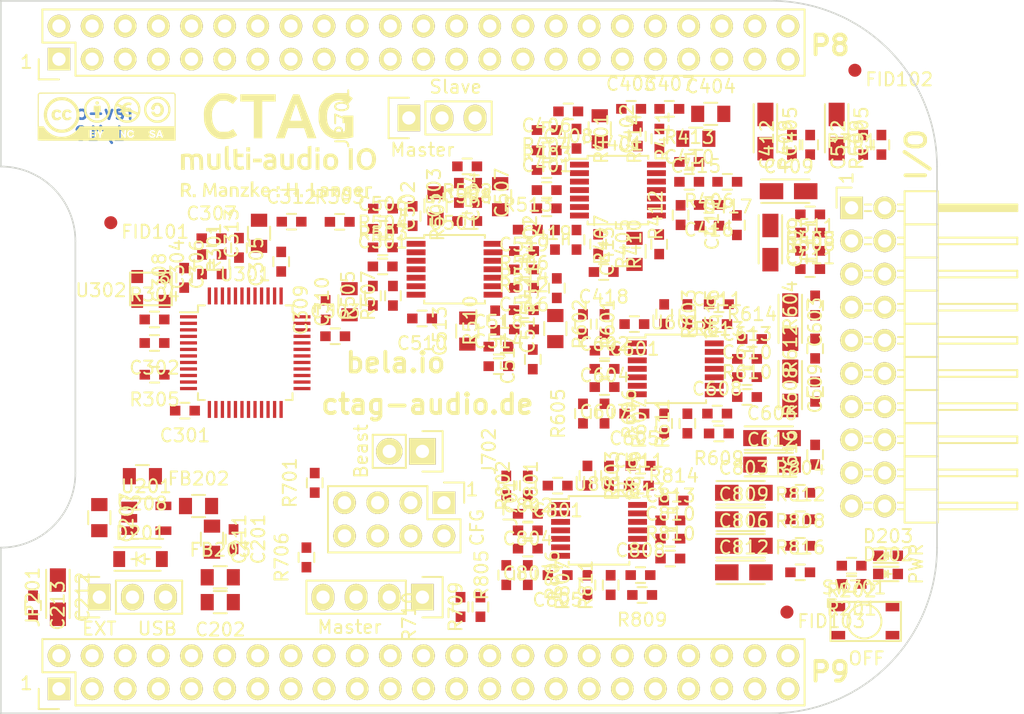
<source format=kicad_pcb>
(kicad_pcb (version 4) (host pcbnew 4.0.7)
  (title_block (title "multi-audio IO") (date 2018-10-25) (rev C) (comment 1 "Attribution-NonCommercial-ShareAlike 4.0 International License") (comment 2 "Licensed under Creative Commons") (comment 3 CTAG-Audio) (comment 4 "(c) Robert Manzke"))
  (layers (0 F.Cu signal) (1 In1.Cu power) (2 In2.Cu mixed) (31 B.Cu signal) (35 F.Paste user) (36 B.SilkS user) (37 F.SilkS user) (38 B.Mask user hide) (39 F.Mask user) (44 Edge.Cuts user))
  (net 0 "")
  (net 1 +3V3)
  (net 2 +5V)
  (net 3 SYS_5V)
  (net 4 GND)
  (net 5 +5VA)
  (net 6 +3V3A)
  (net 7 "Net-(C306-Pad1)")
  (net 8 BIAS)
  (net 9 /codec/adc2)
  (net 10 "Net-(C402-Pad2)")
  (net 11 /codec/adc1)
  (net 12 "Net-(C404-Pad2)")
  (net 13 "Net-(C405-Pad1)")
  (net 14 "Net-(C406-Pad1)")
  (net 15 "Net-(C406-Pad2)")
  (net 16 "Net-(C409-Pad1)")
  (net 17 /codec/adc4)
  (net 18 "Net-(C413-Pad2)")
  (net 19 /codec/adc3)
  (net 20 "Net-(C415-Pad2)")
  (net 21 "Net-(C416-Pad1)")
  (net 22 "Net-(C416-Pad2)")
  (net 23 /codec/adc6)
  (net 24 "Net-(C502-Pad2)")
  (net 25 /codec/adc5)
  (net 26 "Net-(C504-Pad2)")
  (net 27 "Net-(C505-Pad1)")
  (net 28 "Net-(C506-Pad1)")
  (net 29 "Net-(C506-Pad2)")
  (net 30 "Net-(C509-Pad1)")
  (net 31 /codec/adc7)
  (net 32 "Net-(C513-Pad2)")
  (net 33 /codec/adc8)
  (net 34 "Net-(C515-Pad2)")
  (net 35 "Net-(C516-Pad1)")
  (net 36 "Net-(C516-Pad2)")
  (net 37 "Net-(C601-Pad1)")
  (net 38 "Net-(C601-Pad2)")
  (net 39 "Net-(C603-Pad1)")
  (net 40 "Net-(C604-Pad1)")
  (net 41 "Net-(C605-Pad1)")
  (net 42 "Net-(C605-Pad2)")
  (net 43 "Net-(C606-Pad1)")
  (net 44 "Net-(C607-Pad1)")
  (net 45 "Net-(C608-Pad1)")
  (net 46 "Net-(C608-Pad2)")
  (net 47 "Net-(C609-Pad1)")
  (net 48 "Net-(C610-Pad1)")
  (net 49 "Net-(C611-Pad1)")
  (net 50 "Net-(C611-Pad2)")
  (net 51 "Net-(C612-Pad1)")
  (net 52 "Net-(C613-Pad1)")
  (net 53 "Net-(C801-Pad1)")
  (net 54 "Net-(C801-Pad2)")
  (net 55 "Net-(C803-Pad1)")
  (net 56 "Net-(C804-Pad1)")
  (net 57 "Net-(C805-Pad1)")
  (net 58 "Net-(C805-Pad2)")
  (net 59 "Net-(C806-Pad1)")
  (net 60 "Net-(C807-Pad1)")
  (net 61 "Net-(C808-Pad1)")
  (net 62 "Net-(C808-Pad2)")
  (net 63 "Net-(C809-Pad1)")
  (net 64 "Net-(C810-Pad1)")
  (net 65 "Net-(C811-Pad1)")
  (net 66 "Net-(C811-Pad2)")
  (net 67 "Net-(C812-Pad1)")
  (net 68 "Net-(C813-Pad1)")
  (net 69 "Net-(D202-Pad1)")
  (net 70 "Net-(D203-Pad1)")
  (net 71 /codec/beagle/RESETIN)
  (net 72 /codec/spi4)
  (net 73 /codec/spi1)
  (net 74 /codec/spi2)
  (net 75 /codec/spi3)
  (net 76 /codec/beagle/ASDATA1)
  (net 77 "Net-(R402-Pad2)")
  (net 78 "Net-(R405-Pad1)")
  (net 79 "Net-(R411-Pad2)")
  (net 80 "Net-(R413-Pad1)")
  (net 81 "Net-(R502-Pad2)")
  (net 82 "Net-(R505-Pad1)")
  (net 83 "Net-(R511-Pad2)")
  (net 84 "Net-(R513-Pad1)")
  (net 85 /codec/dac1)
  (net 86 /codec/dac2)
  (net 87 /codec/dac3)
  (net 88 /codec/dac4)
  (net 89 /codec/i2sa1)
  (net 90 /codec/i2sa3)
  (net 91 /codec/i2sa4)
  (net 92 /codec/i2sd1)
  (net 93 /codec/i2sd5)
  (net 94 /codec/i2sd6)
  (net 95 /codec/dac5)
  (net 96 /codec/dac6)
  (net 97 /codec/dac7)
  (net 98 /codec/dac8)
  (net 99 /codec/acon2)
  (net 100 /codec/acon1)
  (net 101 /codec/acon4)
  (net 102 /codec/acon3)
  (net 103 /codec/acon5)
  (net 104 /codec/acon6)
  (net 105 /codec/acon7)
  (net 106 /codec/acon8)
  (net 107 /codec/acon9)
  (net 108 /codec/acon10)
  (net 109 /codec/acon11)
  (net 110 /codec/acon12)
  (net 111 +3V3D)
  (net 112 "Net-(C309-Pad1)")
  (net 113 /codec/beagle/B_CS1)
  (net 114 /codec/beagle/B_CS0)
  (net 115 /codec/beagle/B_ASDATA1)
  (net 116 /codec/beagle/B_DSDATA1)
  (net 117 /codec/beagle/DSDATA1)
  (net 118 /codec/i2sa2)
  (net 119 /codec/i2sd2)
  (net 120 "Net-(C307-Pad2)")
  (net 121 "Net-(R304-Pad1)")
  (net 122 "Net-(C207-Pad1)")
  (net 123 "Net-(D201-Pad2)")
  (net 124 "Net-(R304-Pad2)")
  (net 125 "Net-(P701-Pad9)")
  (net 126 "Net-(P701-Pad10)")
  (net 127 "Net-(P701-Pad11)")
  (net 128 "Net-(P701-Pad12)")
  (net 129 "Net-(P701-Pad13)")
  (net 130 "Net-(P701-Pad14)")
  (net 131 "Net-(P701-Pad15)")
  (net 132 "Net-(P701-Pad16)")
  (net 133 "Net-(P701-Pad17)")
  (net 134 "Net-(P701-Pad18)")
  (net 135 "Net-(P701-Pad19)")
  (net 136 "Net-(P701-Pad20)")
  (net 137 "Net-(P701-Pad21)")
  (net 138 "Net-(P701-Pad22)")
  (net 139 "Net-(P701-Pad23)")
  (net 140 "Net-(P701-Pad24)")
  (net 141 "Net-(P701-Pad25)")
  (net 142 "Net-(P701-Pad26)")
  (net 143 "Net-(P701-Pad32)")
  (net 144 "Net-(P701-Pad33)")
  (net 145 "Net-(P701-Pad34)")
  (net 146 "Net-(P701-Pad35)")
  (net 147 "Net-(P701-Pad36)")
  (net 148 "Net-(P701-Pad37)")
  (net 149 "Net-(P701-Pad38)")
  (net 150 "Net-(P701-Pad39)")
  (net 151 "Net-(P701-Pad40)")
  (net 152 "Net-(P701-Pad41)")
  (net 153 "Net-(P701-Pad42)")
  (net 154 "Net-(P701-Pad43)")
  (net 155 "Net-(P701-Pad44)")
  (net 156 "Net-(P701-Pad45)")
  (net 157 "Net-(P701-Pad46)")
  (net 158 "Net-(P702-Pad3)")
  (net 159 "Net-(P702-Pad4)")
  (net 160 "Net-(P702-Pad5)")
  (net 161 "Net-(P702-Pad6)")
  (net 162 "Net-(P702-Pad7)")
  (net 163 "Net-(P702-Pad8)")
  (net 164 "Net-(P702-Pad9)")
  (net 165 "Net-(P702-Pad10)")
  (net 166 "Net-(P702-Pad11)")
  (net 167 "Net-(P702-Pad12)")
  (net 168 "Net-(P702-Pad13)")
  (net 169 "Net-(P702-Pad15)")
  (net 170 "Net-(P702-Pad16)")
  (net 171 "Net-(P702-Pad18)")
  (net 172 "Net-(P702-Pad19)")
  (net 173 "Net-(P702-Pad20)")
  (net 174 "Net-(P702-Pad21)")
  (net 175 "Net-(P702-Pad22)")
  (net 176 "Net-(P702-Pad23)")
  (net 177 "Net-(P702-Pad24)")
  (net 178 "Net-(P702-Pad25)")
  (net 179 "Net-(P702-Pad26)")
  (net 180 "Net-(P702-Pad27)")
  (net 181 "Net-(P702-Pad28)")
  (net 182 "Net-(P702-Pad29)")
  (net 183 "Net-(P702-Pad30)")
  (net 184 "Net-(P702-Pad35)")
  (net 185 "Net-(P702-Pad36)")
  (net 186 "Net-(P702-Pad37)")
  (net 187 "Net-(P702-Pad38)")
  (net 188 "Net-(P702-Pad39)")
  (net 189 "Net-(P702-Pad40)")
  (net 190 "Net-(P702-Pad41)")
  (net 191 "Net-(P702-Pad42)")
  (net 192 "Net-(P702-Pad43)")
  (net 193 "Net-(P702-Pad44)")
  (net 194 "Net-(P702-Pad45)")
  (net 195 "Net-(P702-Pad46)")
  (net 196 "Net-(U201-Pad4)")
  (net 197 "Net-(U301-Pad3)")
  (net 198 /codec/i2sd4)
  (net 199 /codec/i2sd3)
  (net 200 "Net-(U302-Pad1)")
  (net 201 "Net-(J701-Pad2)")
  (net 202 "Net-(J701-Pad5)")
  (net 203 "Net-(J701-Pad6)")
  (net 204 /codec/beagle/SHDWN_REQ)
  (module Capacitors_SMD:C_0603 (layer F.Cu) (at 161.798 114.796 90)
    (fp_text reference R709 (at 0 -1.9 90) (layer F.SilkS))
    (fp_text value 51)
    (pad 1 smd rect (at -0.75 0 90) (size 0.8 0.75) (layers F.Cu F.Paste F.Mask) (net 93 /codec/i2sd5))
    (pad 2 smd rect (at 0.75 0 90) (size 0.8 0.75) (layers F.Cu F.Paste F.Mask) (net 90 /codec/i2sa3))
  )
  (module Capacitors_Tantalum_SMD:TantalC_SizeA_EIA-3216_Reflow (layer F.Cu) (at 129.413 114.046 270)
    (fp_text reference C212 (at 0 -1.9 270) (layer F.SilkS))
    (fp_text value 47uF)
    (pad 2 smd rect (at 1.31 0 270) (size 1.8 1.23) (layers F.Cu F.Paste F.Mask) (net 4 GND))
    (pad 1 smd rect (at -1.31 0 270) (size 1.8 1.23) (layers F.Cu F.Paste F.Mask) (net 122 "Net-(C207-Pad1)"))
  )
  (module Capacitors_Tantalum_SMD:TantalC_SizeA_EIA-3216_Reflow (layer F.Cu) (at 184.15 101.854)
    (fp_text reference C606 (at 0 -1.9) (layer F.SilkS))
    (fp_text value 47uF)
    (pad 2 smd rect (at 1.31 0) (size 1.8 1.23) (layers F.Cu F.Paste F.Mask) (net 104 /codec/acon6))
    (pad 1 smd rect (at -1.31 0) (size 1.8 1.23) (layers F.Cu F.Paste F.Mask) (net 43 "Net-(C606-Pad1)"))
  )
  (module Capacitors_SMD:C_0603 (layer F.Cu) (at 192.532 79.375 90)
    (fp_text reference R509 (at 0 -1.9 90) (layer F.SilkS))
    (fp_text value 100k)
    (pad 1 smd rect (at -0.75 0 90) (size 0.8 0.75) (layers F.Cu F.Paste F.Mask) (net 102 /codec/acon3))
    (pad 2 smd rect (at 0.75 0 90) (size 0.8 0.75) (layers F.Cu F.Paste F.Mask) (net 4 GND))
  )
  (module Capacitors_SMD:C_0603 (layer F.Cu) (at 177.6603 92.3544 270)
    (fp_text reference R615 (at 0 -1.9 270) (layer F.SilkS))
    (fp_text value 301)
    (pad 1 smd rect (at -0.75 0 270) (size 0.8 0.75) (layers F.Cu F.Paste F.Mask) (net 51 "Net-(C612-Pad1)"))
    (pad 2 smd rect (at 0.75 0 270) (size 0.8 0.75) (layers F.Cu F.Paste F.Mask) (net 49 "Net-(C611-Pad1)"))
  )
  (module Pin_Headers:Pin_Header_Straight_2x23 (layer F.Cu) (at 129.4952 72.8111 90)
    (fp_text reference P702 (at 0 -5.1 90) (layer F.SilkS))
    (fp_text value BeagleBone_Black_Header)
    (pad 1 thru_hole rect (at 0 0 90) (size 1.7272 1.7272) (drill 1.016) (layers *.Cu *.Mask F.SilkS) (net 4 GND))
    (pad 2 thru_hole oval (at 2.54 0 90) (size 1.7272 1.7272) (drill 1.016) (layers *.Cu *.Mask F.SilkS) (net 4 GND))
    (pad 3 thru_hole oval (at 0 2.54 90) (size 1.7272 1.7272) (drill 1.016) (layers *.Cu *.Mask F.SilkS) (net 158 "Net-(P702-Pad3)"))
    (pad 4 thru_hole oval (at 2.54 2.54 90) (size 1.7272 1.7272) (drill 1.016) (layers *.Cu *.Mask F.SilkS) (net 159 "Net-(P702-Pad4)"))
    (pad 5 thru_hole oval (at 0 5.08 90) (size 1.7272 1.7272) (drill 1.016) (layers *.Cu *.Mask F.SilkS) (net 160 "Net-(P702-Pad5)"))
    (pad 6 thru_hole oval (at 2.54 5.08 90) (size 1.7272 1.7272) (drill 1.016) (layers *.Cu *.Mask F.SilkS) (net 161 "Net-(P702-Pad6)"))
    (pad 7 thru_hole oval (at 0 7.62 90) (size 1.7272 1.7272) (drill 1.016) (layers *.Cu *.Mask F.SilkS) (net 162 "Net-(P702-Pad7)"))
    (pad 8 thru_hole oval (at 2.54 7.62 90) (size 1.7272 1.7272) (drill 1.016) (layers *.Cu *.Mask F.SilkS) (net 163 "Net-(P702-Pad8)"))
    (pad 9 thru_hole oval (at 0 10.16 90) (size 1.7272 1.7272) (drill 1.016) (layers *.Cu *.Mask F.SilkS) (net 164 "Net-(P702-Pad9)"))
    (pad 10 thru_hole oval (at 2.54 10.16 90) (size 1.7272 1.7272) (drill 1.016) (layers *.Cu *.Mask F.SilkS) (net 165 "Net-(P702-Pad10)"))
    (pad 11 thru_hole oval (at 0 12.7 90) (size 1.7272 1.7272) (drill 1.016) (layers *.Cu *.Mask F.SilkS) (net 166 "Net-(P702-Pad11)"))
    (pad 12 thru_hole oval (at 2.54 12.7 90) (size 1.7272 1.7272) (drill 1.016) (layers *.Cu *.Mask F.SilkS) (net 167 "Net-(P702-Pad12)"))
    (pad 13 thru_hole oval (at 0 15.24 90) (size 1.7272 1.7272) (drill 1.016) (layers *.Cu *.Mask F.SilkS) (net 168 "Net-(P702-Pad13)"))
    (pad 14 thru_hole oval (at 2.54 15.24 90) (size 1.7272 1.7272) (drill 1.016) (layers *.Cu *.Mask F.SilkS) (net 74 /codec/spi2))
    (pad 15 thru_hole oval (at 0 17.78 90) (size 1.7272 1.7272) (drill 1.016) (layers *.Cu *.Mask F.SilkS) (net 169 "Net-(P702-Pad15)"))
    (pad 16 thru_hole oval (at 2.54 17.78 90) (size 1.7272 1.7272) (drill 1.016) (layers *.Cu *.Mask F.SilkS) (net 170 "Net-(P702-Pad16)"))
    (pad 17 thru_hole oval (at 0 20.32 90) (size 1.7272 1.7272) (drill 1.016) (layers *.Cu *.Mask F.SilkS) (net 114 /codec/beagle/B_CS0))
    (pad 18 thru_hole oval (at 2.54 20.32 90) (size 1.7272 1.7272) (drill 1.016) (layers *.Cu *.Mask F.SilkS) (net 171 "Net-(P702-Pad18)"))
    (pad 19 thru_hole oval (at 0 22.86 90) (size 1.7272 1.7272) (drill 1.016) (layers *.Cu *.Mask F.SilkS) (net 172 "Net-(P702-Pad19)"))
    (pad 20 thru_hole oval (at 2.54 22.86 90) (size 1.7272 1.7272) (drill 1.016) (layers *.Cu *.Mask F.SilkS) (net 173 "Net-(P702-Pad20)"))
    (pad 21 thru_hole oval (at 0 25.4 90) (size 1.7272 1.7272) (drill 1.016) (layers *.Cu *.Mask F.SilkS) (net 174 "Net-(P702-Pad21)"))
    (pad 22 thru_hole oval (at 2.54 25.4 90) (size 1.7272 1.7272) (drill 1.016) (layers *.Cu *.Mask F.SilkS) (net 175 "Net-(P702-Pad22)"))
    (pad 23 thru_hole oval (at 0 27.94 90) (size 1.7272 1.7272) (drill 1.016) (layers *.Cu *.Mask F.SilkS) (net 176 "Net-(P702-Pad23)"))
    (pad 24 thru_hole oval (at 2.54 27.94 90) (size 1.7272 1.7272) (drill 1.016) (layers *.Cu *.Mask F.SilkS) (net 177 "Net-(P702-Pad24)"))
    (pad 25 thru_hole oval (at 0 30.48 90) (size 1.7272 1.7272) (drill 1.016) (layers *.Cu *.Mask F.SilkS) (net 178 "Net-(P702-Pad25)"))
    (pad 26 thru_hole oval (at 2.54 30.48 90) (size 1.7272 1.7272) (drill 1.016) (layers *.Cu *.Mask F.SilkS) (net 179 "Net-(P702-Pad26)"))
    (pad 27 thru_hole oval (at 0 33.02 90) (size 1.7272 1.7272) (drill 1.016) (layers *.Cu *.Mask F.SilkS) (net 180 "Net-(P702-Pad27)"))
    (pad 28 thru_hole oval (at 2.54 33.02 90) (size 1.7272 1.7272) (drill 1.016) (layers *.Cu *.Mask F.SilkS) (net 181 "Net-(P702-Pad28)"))
    (pad 29 thru_hole oval (at 0 35.56 90) (size 1.7272 1.7272) (drill 1.016) (layers *.Cu *.Mask F.SilkS) (net 182 "Net-(P702-Pad29)"))
    (pad 30 thru_hole oval (at 2.54 35.56 90) (size 1.7272 1.7272) (drill 1.016) (layers *.Cu *.Mask F.SilkS) (net 183 "Net-(P702-Pad30)"))
    (pad 31 thru_hole oval (at 0 38.1 90) (size 1.7272 1.7272) (drill 1.016) (layers *.Cu *.Mask F.SilkS) (net 113 /codec/beagle/B_CS1))
    (pad 32 thru_hole oval (at 2.54 38.1 90) (size 1.7272 1.7272) (drill 1.016) (layers *.Cu *.Mask F.SilkS) (net 75 /codec/spi3))
    (pad 33 thru_hole oval (at 0 40.64 90) (size 1.7272 1.7272) (drill 1.016) (layers *.Cu *.Mask F.SilkS) (net 73 /codec/spi1))
    (pad 34 thru_hole oval (at 2.54 40.64 90) (size 1.7272 1.7272) (drill 1.016) (layers *.Cu *.Mask F.SilkS) (net 71 /codec/beagle/RESETIN))
    (pad 35 thru_hole oval (at 0 43.18 90) (size 1.7272 1.7272) (drill 1.016) (layers *.Cu *.Mask F.SilkS) (net 184 "Net-(P702-Pad35)"))
    (pad 36 thru_hole oval (at 2.54 43.18 90) (size 1.7272 1.7272) (drill 1.016) (layers *.Cu *.Mask F.SilkS) (net 185 "Net-(P702-Pad36)"))
    (pad 37 thru_hole oval (at 0 45.72 90) (size 1.7272 1.7272) (drill 1.016) (layers *.Cu *.Mask F.SilkS) (net 186 "Net-(P702-Pad37)"))
    (pad 38 thru_hole oval (at 2.54 45.72 90) (size 1.7272 1.7272) (drill 1.016) (layers *.Cu *.Mask F.SilkS) (net 187 "Net-(P702-Pad38)"))
    (pad 39 thru_hole oval (at 0 48.26 90) (size 1.7272 1.7272) (drill 1.016) (layers *.Cu *.Mask F.SilkS) (net 188 "Net-(P702-Pad39)"))
    (pad 40 thru_hole oval (at 2.54 48.26 90) (size 1.7272 1.7272) (drill 1.016) (layers *.Cu *.Mask F.SilkS) (net 189 "Net-(P702-Pad40)"))
    (pad 41 thru_hole oval (at 0 50.8 90) (size 1.7272 1.7272) (drill 1.016) (layers *.Cu *.Mask F.SilkS) (net 190 "Net-(P702-Pad41)"))
    (pad 42 thru_hole oval (at 2.54 50.8 90) (size 1.7272 1.7272) (drill 1.016) (layers *.Cu *.Mask F.SilkS) (net 191 "Net-(P702-Pad42)"))
    (pad 43 thru_hole oval (at 0 53.34 90) (size 1.7272 1.7272) (drill 1.016) (layers *.Cu *.Mask F.SilkS) (net 192 "Net-(P702-Pad43)"))
    (pad 44 thru_hole oval (at 2.54 53.34 90) (size 1.7272 1.7272) (drill 1.016) (layers *.Cu *.Mask F.SilkS) (net 193 "Net-(P702-Pad44)"))
    (pad 45 thru_hole oval (at 0 55.88 90) (size 1.7272 1.7272) (drill 1.016) (layers *.Cu *.Mask F.SilkS) (net 194 "Net-(P702-Pad45)"))
    (pad 46 thru_hole oval (at 2.54 55.88 90) (size 1.7272 1.7272) (drill 1.016) (layers *.Cu *.Mask F.SilkS) (net 195 "Net-(P702-Pad46)"))
  )
  (module Capacitors_SMD:C_0603 (layer F.Cu) (at 139.0928 89.5712 90)
    (fp_text reference C308 (at 0 -1.9 90) (layer F.SilkS))
    (fp_text value 100nF)
    (pad 1 smd rect (at -0.75 0 90) (size 0.8 0.75) (layers F.Cu F.Paste F.Mask) (net 111 +3V3D))
    (pad 2 smd rect (at 0.75 0 90) (size 0.8 0.75) (layers F.Cu F.Paste F.Mask) (net 4 GND))
  )
  (module Pin_Headers:Pin_Header_Straight_2x23 (layer F.Cu) (at 129.4952 121.0711 90)
    (fp_text reference P701 (at 0 -5.1 90) (layer F.SilkS))
    (fp_text value BeagleBone_Black_Header)
    (pad 1 thru_hole rect (at 0 0 90) (size 1.7272 1.7272) (drill 1.016) (layers *.Cu *.Mask F.SilkS) (net 4 GND))
    (pad 2 thru_hole oval (at 2.54 0 90) (size 1.7272 1.7272) (drill 1.016) (layers *.Cu *.Mask F.SilkS) (net 4 GND))
    (pad 3 thru_hole oval (at 0 2.54 90) (size 1.7272 1.7272) (drill 1.016) (layers *.Cu *.Mask F.SilkS) (net 1 +3V3))
    (pad 4 thru_hole oval (at 2.54 2.54 90) (size 1.7272 1.7272) (drill 1.016) (layers *.Cu *.Mask F.SilkS) (net 1 +3V3))
    (pad 5 thru_hole oval (at 0 5.08 90) (size 1.7272 1.7272) (drill 1.016) (layers *.Cu *.Mask F.SilkS) (net 2 +5V))
    (pad 6 thru_hole oval (at 2.54 5.08 90) (size 1.7272 1.7272) (drill 1.016) (layers *.Cu *.Mask F.SilkS) (net 2 +5V))
    (pad 7 thru_hole oval (at 0 7.62 90) (size 1.7272 1.7272) (drill 1.016) (layers *.Cu *.Mask F.SilkS) (net 3 SYS_5V))
    (pad 8 thru_hole oval (at 2.54 7.62 90) (size 1.7272 1.7272) (drill 1.016) (layers *.Cu *.Mask F.SilkS) (net 3 SYS_5V))
    (pad 9 thru_hole oval (at 0 10.16 90) (size 1.7272 1.7272) (drill 1.016) (layers *.Cu *.Mask F.SilkS) (net 125 "Net-(P701-Pad9)"))
    (pad 10 thru_hole oval (at 2.54 10.16 90) (size 1.7272 1.7272) (drill 1.016) (layers *.Cu *.Mask F.SilkS) (net 126 "Net-(P701-Pad10)"))
    (pad 11 thru_hole oval (at 0 12.7 90) (size 1.7272 1.7272) (drill 1.016) (layers *.Cu *.Mask F.SilkS) (net 127 "Net-(P701-Pad11)"))
    (pad 12 thru_hole oval (at 2.54 12.7 90) (size 1.7272 1.7272) (drill 1.016) (layers *.Cu *.Mask F.SilkS) (net 128 "Net-(P701-Pad12)"))
    (pad 13 thru_hole oval (at 0 15.24 90) (size 1.7272 1.7272) (drill 1.016) (layers *.Cu *.Mask F.SilkS) (net 129 "Net-(P701-Pad13)"))
    (pad 14 thru_hole oval (at 2.54 15.24 90) (size 1.7272 1.7272) (drill 1.016) (layers *.Cu *.Mask F.SilkS) (net 130 "Net-(P701-Pad14)"))
    (pad 15 thru_hole oval (at 0 17.78 90) (size 1.7272 1.7272) (drill 1.016) (layers *.Cu *.Mask F.SilkS) (net 131 "Net-(P701-Pad15)"))
    (pad 16 thru_hole oval (at 2.54 17.78 90) (size 1.7272 1.7272) (drill 1.016) (layers *.Cu *.Mask F.SilkS) (net 132 "Net-(P701-Pad16)"))
    (pad 17 thru_hole oval (at 0 20.32 90) (size 1.7272 1.7272) (drill 1.016) (layers *.Cu *.Mask F.SilkS) (net 133 "Net-(P701-Pad17)"))
    (pad 18 thru_hole oval (at 2.54 20.32 90) (size 1.7272 1.7272) (drill 1.016) (layers *.Cu *.Mask F.SilkS) (net 134 "Net-(P701-Pad18)"))
    (pad 19 thru_hole oval (at 0 22.86 90) (size 1.7272 1.7272) (drill 1.016) (layers *.Cu *.Mask F.SilkS) (net 135 "Net-(P701-Pad19)"))
    (pad 20 thru_hole oval (at 2.54 22.86 90) (size 1.7272 1.7272) (drill 1.016) (layers *.Cu *.Mask F.SilkS) (net 136 "Net-(P701-Pad20)"))
    (pad 21 thru_hole oval (at 0 25.4 90) (size 1.7272 1.7272) (drill 1.016) (layers *.Cu *.Mask F.SilkS) (net 137 "Net-(P701-Pad21)"))
    (pad 22 thru_hole oval (at 2.54 25.4 90) (size 1.7272 1.7272) (drill 1.016) (layers *.Cu *.Mask F.SilkS) (net 138 "Net-(P701-Pad22)"))
    (pad 23 thru_hole oval (at 0 27.94 90) (size 1.7272 1.7272) (drill 1.016) (layers *.Cu *.Mask F.SilkS) (net 139 "Net-(P701-Pad23)"))
    (pad 24 thru_hole oval (at 2.54 27.94 90) (size 1.7272 1.7272) (drill 1.016) (layers *.Cu *.Mask F.SilkS) (net 140 "Net-(P701-Pad24)"))
    (pad 25 thru_hole oval (at 0 30.48 90) (size 1.7272 1.7272) (drill 1.016) (layers *.Cu *.Mask F.SilkS) (net 141 "Net-(P701-Pad25)"))
    (pad 26 thru_hole oval (at 2.54 30.48 90) (size 1.7272 1.7272) (drill 1.016) (layers *.Cu *.Mask F.SilkS) (net 142 "Net-(P701-Pad26)"))
    (pad 27 thru_hole oval (at 0 33.02 90) (size 1.7272 1.7272) (drill 1.016) (layers *.Cu *.Mask F.SilkS) (net 204 /codec/beagle/SHDWN_REQ))
    (pad 28 thru_hole oval (at 2.54 33.02 90) (size 1.7272 1.7272) (drill 1.016) (layers *.Cu *.Mask F.SilkS) (net 116 /codec/beagle/B_DSDATA1))
    (pad 29 thru_hole oval (at 0 35.56 90) (size 1.7272 1.7272) (drill 1.016) (layers *.Cu *.Mask F.SilkS) (net 93 /codec/i2sd5))
    (pad 30 thru_hole oval (at 2.54 35.56 90) (size 1.7272 1.7272) (drill 1.016) (layers *.Cu *.Mask F.SilkS) (net 115 /codec/beagle/B_ASDATA1))
    (pad 31 thru_hole oval (at 0 38.1 90) (size 1.7272 1.7272) (drill 1.016) (layers *.Cu *.Mask F.SilkS) (net 94 /codec/i2sd6))
    (pad 32 thru_hole oval (at 2.54 38.1 90) (size 1.7272 1.7272) (drill 1.016) (layers *.Cu *.Mask F.SilkS) (net 143 "Net-(P701-Pad32)"))
    (pad 33 thru_hole oval (at 0 40.64 90) (size 1.7272 1.7272) (drill 1.016) (layers *.Cu *.Mask F.SilkS) (net 144 "Net-(P701-Pad33)"))
    (pad 34 thru_hole oval (at 2.54 40.64 90) (size 1.7272 1.7272) (drill 1.016) (layers *.Cu *.Mask F.SilkS) (net 145 "Net-(P701-Pad34)"))
    (pad 35 thru_hole oval (at 0 43.18 90) (size 1.7272 1.7272) (drill 1.016) (layers *.Cu *.Mask F.SilkS) (net 146 "Net-(P701-Pad35)"))
    (pad 36 thru_hole oval (at 2.54 43.18 90) (size 1.7272 1.7272) (drill 1.016) (layers *.Cu *.Mask F.SilkS) (net 147 "Net-(P701-Pad36)"))
    (pad 37 thru_hole oval (at 0 45.72 90) (size 1.7272 1.7272) (drill 1.016) (layers *.Cu *.Mask F.SilkS) (net 148 "Net-(P701-Pad37)"))
    (pad 38 thru_hole oval (at 2.54 45.72 90) (size 1.7272 1.7272) (drill 1.016) (layers *.Cu *.Mask F.SilkS) (net 149 "Net-(P701-Pad38)"))
    (pad 39 thru_hole oval (at 0 48.26 90) (size 1.7272 1.7272) (drill 1.016) (layers *.Cu *.Mask F.SilkS) (net 150 "Net-(P701-Pad39)"))
    (pad 40 thru_hole oval (at 2.54 48.26 90) (size 1.7272 1.7272) (drill 1.016) (layers *.Cu *.Mask F.SilkS) (net 151 "Net-(P701-Pad40)"))
    (pad 41 thru_hole oval (at 0 50.8 90) (size 1.7272 1.7272) (drill 1.016) (layers *.Cu *.Mask F.SilkS) (net 152 "Net-(P701-Pad41)"))
    (pad 42 thru_hole oval (at 2.54 50.8 90) (size 1.7272 1.7272) (drill 1.016) (layers *.Cu *.Mask F.SilkS) (net 153 "Net-(P701-Pad42)"))
    (pad 43 thru_hole oval (at 0 53.34 90) (size 1.7272 1.7272) (drill 1.016) (layers *.Cu *.Mask F.SilkS) (net 154 "Net-(P701-Pad43)"))
    (pad 44 thru_hole oval (at 2.54 53.34 90) (size 1.7272 1.7272) (drill 1.016) (layers *.Cu *.Mask F.SilkS) (net 155 "Net-(P701-Pad44)"))
    (pad 45 thru_hole oval (at 0 55.88 90) (size 1.7272 1.7272) (drill 1.016) (layers *.Cu *.Mask F.SilkS) (net 156 "Net-(P701-Pad45)"))
    (pad 46 thru_hole oval (at 2.54 55.88 90) (size 1.7272 1.7272) (drill 1.016) (layers *.Cu *.Mask F.SilkS) (net 157 "Net-(P701-Pad46)"))
  )
  (module Capacitors_SMD:C_0603 (layer F.Cu) (at 139.15009 99.74961 180)
    (fp_text reference C301 (at 0 -1.9 180) (layer F.SilkS))
    (fp_text value 100nF)
    (pad 1 smd rect (at -0.75 0 180) (size 0.8 0.75) (layers F.Cu F.Paste F.Mask) (net 111 +3V3D))
    (pad 2 smd rect (at 0.75 0 180) (size 0.8 0.75) (layers F.Cu F.Paste F.Mask) (net 4 GND))
  )
  (module Capacitors_SMD:C_0603 (layer F.Cu) (at 136.8164 94.5642 180)
    (fp_text reference C302 (at 0 -1.9 180) (layer F.SilkS))
    (fp_text value 100nF)
    (pad 1 smd rect (at -0.75 0 180) (size 0.8 0.75) (layers F.Cu F.Paste F.Mask) (net 6 +3V3A))
    (pad 2 smd rect (at 0.75 0 180) (size 0.8 0.75) (layers F.Cu F.Paste F.Mask) (net 4 GND))
  )
  (module Capacitors_SMD:C_0603 (layer F.Cu) (at 150.66899 94.04731)
    (fp_text reference C303 (at 0 -1.9) (layer F.SilkS))
    (fp_text value 100nF)
    (pad 1 smd rect (at -0.75 0) (size 0.8 0.75) (layers F.Cu F.Paste F.Mask) (net 6 +3V3A))
    (pad 2 smd rect (at 0.75 0) (size 0.8 0.75) (layers F.Cu F.Paste F.Mask) (net 4 GND))
  )
  (module Capacitors_SMD:C_0603 (layer F.Cu) (at 140.462 88.5317 90)
    (fp_text reference C304 (at 0 -1.9 90) (layer F.SilkS))
    (fp_text value 100nF)
    (pad 1 smd rect (at -0.75 0 90) (size 0.8 0.75) (layers F.Cu F.Paste F.Mask) (net 6 +3V3A))
    (pad 2 smd rect (at 0.75 0 90) (size 0.8 0.75) (layers F.Cu F.Paste F.Mask) (net 4 GND))
  )
  (module Capacitors_SMD:C_0603 (layer F.Cu) (at 146.52879 88.33231 90)
    (fp_text reference C305 (at 0 -1.9 90) (layer F.SilkS))
    (fp_text value 100nF)
    (pad 1 smd rect (at -0.75 0 90) (size 0.8 0.75) (layers F.Cu F.Paste F.Mask) (net 6 +3V3A))
    (pad 2 smd rect (at 0.75 0 90) (size 0.8 0.75) (layers F.Cu F.Paste F.Mask) (net 4 GND))
  )
  (module Capacitors_SMD:C_0603 (layer F.Cu) (at 141.9606 88.5317 90)
    (fp_text reference C306 (at 0 -1.9 90) (layer F.SilkS))
    (fp_text value 390pF)
    (pad 1 smd rect (at -0.75 0 90) (size 0.8 0.75) (layers F.Cu F.Paste F.Mask) (net 7 "Net-(C306-Pad1)"))
    (pad 2 smd rect (at 0.75 0 90) (size 0.8 0.75) (layers F.Cu F.Paste F.Mask) (net 6 +3V3A))
  )
  (module Capacitors_SMD:C_0603 (layer F.Cu) (at 141.1859 86.5378)
    (fp_text reference C307 (at 0 -1.9) (layer F.SilkS))
    (fp_text value 5,6nF)
    (pad 1 smd rect (at -0.75 0) (size 0.8 0.75) (layers F.Cu F.Paste F.Mask) (net 7 "Net-(C306-Pad1)"))
    (pad 2 smd rect (at 0.75 0) (size 0.8 0.75) (layers F.Cu F.Paste F.Mask) (net 120 "Net-(C307-Pad2)"))
  )
  (module Capacitors_SMD:C_0603 (layer F.Cu) (at 149.93239 92.04071 90)
    (fp_text reference C309 (at 0 -1.9 90) (layer F.SilkS))
    (fp_text value 100nF)
    (pad 1 smd rect (at -0.75 0 90) (size 0.8 0.75) (layers F.Cu F.Paste F.Mask) (net 112 "Net-(C309-Pad1)"))
    (pad 2 smd rect (at 0.75 0 90) (size 0.8 0.75) (layers F.Cu F.Paste F.Mask) (net 4 GND))
  )
  (module Capacitors_SMD:C_0603 (layer F.Cu) (at 147.32 85.2678)
    (fp_text reference C312 (at 0 -1.9) (layer F.SilkS))
    (fp_text value 100nF)
    (pad 1 smd rect (at -0.75 0) (size 0.8 0.75) (layers F.Cu F.Paste F.Mask) (net 8 BIAS))
    (pad 2 smd rect (at 0.75 0) (size 0.8 0.75) (layers F.Cu F.Paste F.Mask) (net 4 GND))
  )
  (module Capacitors_SMD:C_0603 (layer F.Cu) (at 166.878 82.84464)
    (fp_text reference C401 (at 0 -1.9) (layer F.SilkS))
    (fp_text value 100nF)
    (pad 1 smd rect (at -0.75 0) (size 0.8 0.75) (layers F.Cu F.Paste F.Mask) (net 4 GND))
    (pad 2 smd rect (at 0.75 0) (size 0.8 0.75) (layers F.Cu F.Paste F.Mask) (net 5 +5VA))
  )
  (module Capacitors_SMD:C_0805 (layer F.Cu) (at 170.942 78.14564 270)
    (fp_text reference C402 (at 0 -2.1 270) (layer F.SilkS))
    (fp_text value 10uF)
    (pad 1 smd rect (at -1 0 270) (size 1 1.25) (layers F.Cu F.Paste F.Mask) (net 9 /codec/adc2))
    (pad 2 smd rect (at 1 0 270) (size 1 1.25) (layers F.Cu F.Paste F.Mask) (net 10 "Net-(C402-Pad2)"))
  )
  (module Capacitors_SMD:C_0603 (layer F.Cu) (at 173.34992 76.61656)
    (fp_text reference C403 (at 0 -1.9) (layer F.SilkS))
    (fp_text value 100pF)
    (pad 1 smd rect (at -0.75 0) (size 0.8 0.75) (layers F.Cu F.Paste F.Mask) (net 9 /codec/adc2))
    (pad 2 smd rect (at 0.75 0) (size 0.8 0.75) (layers F.Cu F.Paste F.Mask) (net 11 /codec/adc1))
  )
  (module Capacitors_SMD:C_0805 (layer F.Cu) (at 179.451 77.00264)
    (fp_text reference C404 (at 0 -2.1) (layer F.SilkS))
    (fp_text value 10uF)
    (pad 1 smd rect (at -1 0) (size 1 1.25) (layers F.Cu F.Paste F.Mask) (net 11 /codec/adc1))
    (pad 2 smd rect (at 1 0) (size 1 1.25) (layers F.Cu F.Paste F.Mask) (net 12 "Net-(C404-Pad2)"))
  )
  (module Capacitors_SMD:C_0603 (layer F.Cu) (at 166.878 79.79664)
    (fp_text reference C406 (at 0 -1.9) (layer F.SilkS))
    (fp_text value 270pF)
    (pad 1 smd rect (at -0.75 0) (size 0.8 0.75) (layers F.Cu F.Paste F.Mask) (net 14 "Net-(C406-Pad1)"))
    (pad 2 smd rect (at 0.75 0) (size 0.8 0.75) (layers F.Cu F.Paste F.Mask) (net 15 "Net-(C406-Pad2)"))
  )
  (module Capacitors_SMD:C_0603 (layer F.Cu) (at 176.276 76.6191)
    (fp_text reference C407 (at 0 -1.9) (layer F.SilkS))
    (fp_text value 1nF)
    (pad 1 smd rect (at -0.75 0) (size 0.8 0.75) (layers F.Cu F.Paste F.Mask) (net 11 /codec/adc1))
    (pad 2 smd rect (at 0.75 0) (size 0.8 0.75) (layers F.Cu F.Paste F.Mask) (net 4 GND))
  )
  (module Capacitors_SMD:C_0603 (layer F.Cu) (at 168.529 76.81468 180)
    (fp_text reference C408 (at 0 -1.9 180) (layer F.SilkS))
    (fp_text value 1nF)
    (pad 1 smd rect (at -0.75 0 180) (size 0.8 0.75) (layers F.Cu F.Paste F.Mask) (net 9 /codec/adc2))
    (pad 2 smd rect (at 0.75 0 180) (size 0.8 0.75) (layers F.Cu F.Paste F.Mask) (net 4 GND))
  )
  (module Capacitors_SMD:C_0603 (layer F.Cu) (at 177.8 82.20964)
    (fp_text reference C410 (at 0 -1.9) (layer F.SilkS))
    (fp_text value 100nF)
    (pad 1 smd rect (at -0.75 0) (size 0.8 0.75) (layers F.Cu F.Paste F.Mask) (net 8 BIAS))
    (pad 2 smd rect (at 0.75 0) (size 0.8 0.75) (layers F.Cu F.Paste F.Mask) (net 4 GND))
  )
  (module Capacitors_SMD:C_0805 (layer F.Cu) (at 173.609 87.54364 90)
    (fp_text reference C413 (at 0 -2.1 90) (layer F.SilkS))
    (fp_text value 10uF)
    (pad 1 smd rect (at -1 0 90) (size 1 1.25) (layers F.Cu F.Paste F.Mask) (net 17 /codec/adc4))
    (pad 2 smd rect (at 1 0 90) (size 1 1.25) (layers F.Cu F.Paste F.Mask) (net 18 "Net-(C413-Pad2)"))
  )
  (module Capacitors_SMD:C_0603 (layer F.Cu) (at 181.4576 85.5345 90)
    (fp_text reference C414 (at 0 -1.9 90) (layer F.SilkS))
    (fp_text value 100pF)
    (pad 1 smd rect (at -0.75 0 90) (size 0.8 0.75) (layers F.Cu F.Paste F.Mask) (net 17 /codec/adc4))
    (pad 2 smd rect (at 0.75 0 90) (size 0.8 0.75) (layers F.Cu F.Paste F.Mask) (net 19 /codec/adc3))
  )
  (module Capacitors_SMD:C_0805 (layer F.Cu) (at 178.308 78.90764 180)
    (fp_text reference C415 (at 0 -2.1 180) (layer F.SilkS))
    (fp_text value 10uF)
    (pad 1 smd rect (at -1 0 180) (size 1 1.25) (layers F.Cu F.Paste F.Mask) (net 19 /codec/adc3))
    (pad 2 smd rect (at 1 0 180) (size 1 1.25) (layers F.Cu F.Paste F.Mask) (net 20 "Net-(C415-Pad2)"))
  )
  (module Capacitors_SMD:C_0603 (layer F.Cu) (at 179.3113 83.9851 180)
    (fp_text reference C416 (at 0 -1.9 180) (layer F.SilkS))
    (fp_text value 270pF)
    (pad 1 smd rect (at -0.75 0 180) (size 0.8 0.75) (layers F.Cu F.Paste F.Mask) (net 21 "Net-(C416-Pad1)"))
    (pad 2 smd rect (at 0.75 0 180) (size 0.8 0.75) (layers F.Cu F.Paste F.Mask) (net 22 "Net-(C416-Pad2)"))
  )
  (module Capacitors_SMD:C_0603 (layer F.Cu) (at 180.721 82.20964 180)
    (fp_text reference C417 (at 0 -1.9 180) (layer F.SilkS))
    (fp_text value 1nF)
    (pad 1 smd rect (at -0.75 0 180) (size 0.8 0.75) (layers F.Cu F.Paste F.Mask) (net 19 /codec/adc3))
    (pad 2 smd rect (at 0.75 0 180) (size 0.8 0.75) (layers F.Cu F.Paste F.Mask) (net 4 GND))
  )
  (module Capacitors_SMD:C_0603 (layer F.Cu) (at 171.2468 89.12352 180)
    (fp_text reference C418 (at 0 -1.9 180) (layer F.SilkS))
    (fp_text value 1nF)
    (pad 1 smd rect (at -0.75 0 180) (size 0.8 0.75) (layers F.Cu F.Paste F.Mask) (net 17 /codec/adc4))
    (pad 2 smd rect (at 0.75 0 180) (size 0.8 0.75) (layers F.Cu F.Paste F.Mask) (net 4 GND))
  )
  (module Capacitors_SMD:C_0603 (layer F.Cu) (at 166.878 84.24164 180)
    (fp_text reference C419 (at 0 -1.9 180) (layer F.SilkS))
    (fp_text value 100nF)
    (pad 1 smd rect (at -0.75 0 180) (size 0.8 0.75) (layers F.Cu F.Paste F.Mask) (net 8 BIAS))
    (pad 2 smd rect (at 0.75 0 180) (size 0.8 0.75) (layers F.Cu F.Paste F.Mask) (net 4 GND))
  )
  (module Capacitors_SMD:C_0603 (layer F.Cu) (at 154.305 88.6968)
    (fp_text reference C501 (at 0 -1.9) (layer F.SilkS))
    (fp_text value 100nF)
    (pad 1 smd rect (at -0.75 0) (size 0.8 0.75) (layers F.Cu F.Paste F.Mask) (net 4 GND))
    (pad 2 smd rect (at 0.75 0) (size 0.8 0.75) (layers F.Cu F.Paste F.Mask) (net 5 +5VA))
  )
  (module Capacitors_SMD:C_0805 (layer F.Cu) (at 158.3563 84.0486 90)
    (fp_text reference C502 (at 0 -2.1 90) (layer F.SilkS))
    (fp_text value 10uF)
    (pad 1 smd rect (at -1 0 90) (size 1 1.25) (layers F.Cu F.Paste F.Mask) (net 23 /codec/adc6))
    (pad 2 smd rect (at 1 0 90) (size 1 1.25) (layers F.Cu F.Paste F.Mask) (net 24 "Net-(C502-Pad2)"))
  )
  (module Capacitors_SMD:C_0603 (layer F.Cu) (at 160.147 83.058 90)
    (fp_text reference C503 (at 0 -1.9 90) (layer F.SilkS))
    (fp_text value 100pF)
    (pad 1 smd rect (at -0.75 0 90) (size 0.8 0.75) (layers F.Cu F.Paste F.Mask) (net 23 /codec/adc6))
    (pad 2 smd rect (at 0.75 0 90) (size 0.8 0.75) (layers F.Cu F.Paste F.Mask) (net 25 /codec/adc5))
  )
  (module Capacitors_SMD:C_0805 (layer F.Cu) (at 163.3093 83.3501 90)
    (fp_text reference C504 (at 0 -2.1 90) (layer F.SilkS))
    (fp_text value 10uF)
    (pad 1 smd rect (at -1 0 90) (size 1 1.25) (layers F.Cu F.Paste F.Mask) (net 25 /codec/adc5))
    (pad 2 smd rect (at 1 0 90) (size 1 1.25) (layers F.Cu F.Paste F.Mask) (net 26 "Net-(C504-Pad2)"))
  )
  (module Capacitors_SMD:C_0603 (layer F.Cu) (at 154.3177 85.8139)
    (fp_text reference C506 (at 0 -1.9) (layer F.SilkS))
    (fp_text value 270pF)
    (pad 1 smd rect (at -0.75 0) (size 0.8 0.75) (layers F.Cu F.Paste F.Mask) (net 28 "Net-(C506-Pad1)"))
    (pad 2 smd rect (at 0.75 0) (size 0.8 0.75) (layers F.Cu F.Paste F.Mask) (net 29 "Net-(C506-Pad2)"))
  )
  (module Capacitors_SMD:C_0603 (layer F.Cu) (at 161.544 83.058 270)
    (fp_text reference C507 (at 0 -1.9 270) (layer F.SilkS))
    (fp_text value 1nF)
    (pad 1 smd rect (at -0.75 0 270) (size 0.8 0.75) (layers F.Cu F.Paste F.Mask) (net 25 /codec/adc5))
    (pad 2 smd rect (at 0.75 0 270) (size 0.8 0.75) (layers F.Cu F.Paste F.Mask) (net 4 GND))
  )
  (module Capacitors_SMD:C_0603 (layer F.Cu) (at 160.782 85.217)
    (fp_text reference C508 (at 0 -1.9) (layer F.SilkS))
    (fp_text value 1nF)
    (pad 1 smd rect (at -0.75 0) (size 0.8 0.75) (layers F.Cu F.Paste F.Mask) (net 23 /codec/adc6))
    (pad 2 smd rect (at 0.75 0) (size 0.8 0.75) (layers F.Cu F.Paste F.Mask) (net 4 GND))
  )
  (module Capacitors_SMD:C_0603 (layer F.Cu) (at 157.3276 92.6846 180)
    (fp_text reference C510 (at 0 -1.9 180) (layer F.SilkS))
    (fp_text value 100nF)
    (pad 1 smd rect (at -0.75 0 180) (size 0.8 0.75) (layers F.Cu F.Paste F.Mask) (net 8 BIAS))
    (pad 2 smd rect (at 0.75 0 180) (size 0.8 0.75) (layers F.Cu F.Paste F.Mask) (net 4 GND))
  )
  (module Capacitors_SMD:C_0805 (layer F.Cu) (at 160.7947 93.6498 90)
    (fp_text reference C513 (at 0 -2.1 90) (layer F.SilkS))
    (fp_text value 10uF)
    (pad 1 smd rect (at -1 0 90) (size 1 1.25) (layers F.Cu F.Paste F.Mask) (net 33 /codec/adc8))
    (pad 2 smd rect (at 1 0 90) (size 1 1.25) (layers F.Cu F.Paste F.Mask) (net 32 "Net-(C513-Pad2)"))
  )
  (module Capacitors_SMD:C_0603 (layer F.Cu) (at 163.1823 96.3422)
    (fp_text reference C514 (at 0 -1.9) (layer F.SilkS))
    (fp_text value 100pF)
    (pad 1 smd rect (at -0.75 0) (size 0.8 0.75) (layers F.Cu F.Paste F.Mask) (net 33 /codec/adc8))
    (pad 2 smd rect (at 0.75 0) (size 0.8 0.75) (layers F.Cu F.Paste F.Mask) (net 31 /codec/adc7))
  )
  (module Capacitors_SMD:C_0805 (layer F.Cu) (at 167.5384 93.4593 90)
    (fp_text reference C515 (at 0 -2.1 90) (layer F.SilkS))
    (fp_text value 10uF)
    (pad 1 smd rect (at -1 0 90) (size 1 1.25) (layers F.Cu F.Paste F.Mask) (net 31 /codec/adc7))
    (pad 2 smd rect (at 1 0 90) (size 1 1.25) (layers F.Cu F.Paste F.Mask) (net 34 "Net-(C515-Pad2)"))
  )
  (module Capacitors_SMD:C_0603 (layer F.Cu) (at 165.1381 93.5228)
    (fp_text reference C516 (at 0 -1.9) (layer F.SilkS))
    (fp_text value 270pF)
    (pad 1 smd rect (at -0.75 0) (size 0.8 0.75) (layers F.Cu F.Paste F.Mask) (net 35 "Net-(C516-Pad1)"))
    (pad 2 smd rect (at 0.75 0) (size 0.8 0.75) (layers F.Cu F.Paste F.Mask) (net 36 "Net-(C516-Pad2)"))
  )
  (module Capacitors_SMD:C_0603 (layer F.Cu) (at 165.8112 95.8215 90)
    (fp_text reference C517 (at 0 -1.9 90) (layer F.SilkS))
    (fp_text value 1nF)
    (pad 1 smd rect (at -0.75 0 90) (size 0.8 0.75) (layers F.Cu F.Paste F.Mask) (net 31 /codec/adc7))
    (pad 2 smd rect (at 0.75 0 90) (size 0.8 0.75) (layers F.Cu F.Paste F.Mask) (net 4 GND))
  )
  (module Capacitors_SMD:C_0603 (layer F.Cu) (at 163.1823 94.8436)
    (fp_text reference C518 (at 0 -1.9) (layer F.SilkS))
    (fp_text value 1nF)
    (pad 1 smd rect (at -0.75 0) (size 0.8 0.75) (layers F.Cu F.Paste F.Mask) (net 33 /codec/adc8))
    (pad 2 smd rect (at 0.75 0) (size 0.8 0.75) (layers F.Cu F.Paste F.Mask) (net 4 GND))
  )
  (module Capacitors_SMD:C_0603 (layer F.Cu) (at 165.1381 88.9254)
    (fp_text reference C519 (at 0 -1.9) (layer F.SilkS))
    (fp_text value 100nF)
    (pad 1 smd rect (at -0.75 0) (size 0.8 0.75) (layers F.Cu F.Paste F.Mask) (net 8 BIAS))
    (pad 2 smd rect (at 0.75 0) (size 0.8 0.75) (layers F.Cu F.Paste F.Mask) (net 4 GND))
  )
  (module Capacitors_SMD:C_0603 (layer F.Cu) (at 173.5963 93.1164 180)
    (fp_text reference C601 (at 0 -1.9 180) (layer F.SilkS))
    (fp_text value 270pF)
    (pad 1 smd rect (at -0.75 0 180) (size 0.8 0.75) (layers F.Cu F.Paste F.Mask) (net 37 "Net-(C601-Pad1)"))
    (pad 2 smd rect (at 0.75 0 180) (size 0.8 0.75) (layers F.Cu F.Paste F.Mask) (net 38 "Net-(C601-Pad2)"))
  )
  (module Capacitors_SMD:C_0603 (layer F.Cu) (at 171.3103 96.5454)
    (fp_text reference C602 (at 0 -1.9) (layer F.SilkS))
    (fp_text value 100nF)
    (pad 1 smd rect (at -0.75 0) (size 0.8 0.75) (layers F.Cu F.Paste F.Mask) (net 4 GND))
    (pad 2 smd rect (at 0.75 0) (size 0.8 0.75) (layers F.Cu F.Paste F.Mask) (net 5 +5VA))
  )
  (module Capacitors_SMD:C_0603 (layer F.Cu) (at 171.3223 95.1484 180)
    (fp_text reference C604 (at 0 -1.9 180) (layer F.SilkS))
    (fp_text value 200pF)
    (pad 1 smd rect (at -0.75 0 180) (size 0.8 0.75) (layers F.Cu F.Paste F.Mask) (net 40 "Net-(C604-Pad1)"))
    (pad 2 smd rect (at 0.75 0 180) (size 0.8 0.75) (layers F.Cu F.Paste F.Mask) (net 4 GND))
  )
  (module Capacitors_SMD:C_0603 (layer F.Cu) (at 173.5963 99.9744 180)
    (fp_text reference C605 (at 0 -1.9 180) (layer F.SilkS))
    (fp_text value 270pF)
    (pad 1 smd rect (at -0.75 0 180) (size 0.8 0.75) (layers F.Cu F.Paste F.Mask) (net 41 "Net-(C605-Pad1)"))
    (pad 2 smd rect (at 0.75 0 180) (size 0.8 0.75) (layers F.Cu F.Paste F.Mask) (net 42 "Net-(C605-Pad2)"))
  )
  (module Capacitors_SMD:C_0603 (layer F.Cu) (at 171.3103 97.9424 180)
    (fp_text reference C607 (at 0 -1.9 180) (layer F.SilkS))
    (fp_text value 200pF)
    (pad 1 smd rect (at -0.75 0 180) (size 0.8 0.75) (layers F.Cu F.Paste F.Mask) (net 44 "Net-(C607-Pad1)"))
    (pad 2 smd rect (at 0.75 0 180) (size 0.8 0.75) (layers F.Cu F.Paste F.Mask) (net 4 GND))
  )
  (module Capacitors_SMD:C_0603 (layer F.Cu) (at 179.9463 99.9744)
    (fp_text reference C608 (at 0 -1.9) (layer F.SilkS))
    (fp_text value 270pF)
    (pad 1 smd rect (at -0.75 0) (size 0.8 0.75) (layers F.Cu F.Paste F.Mask) (net 45 "Net-(C608-Pad1)"))
    (pad 2 smd rect (at 0.75 0) (size 0.8 0.75) (layers F.Cu F.Paste F.Mask) (net 46 "Net-(C608-Pad2)"))
  )
  (module Capacitors_SMD:C_0603 (layer F.Cu) (at 182.2323 97.1804)
    (fp_text reference C610 (at 0 -1.9) (layer F.SilkS))
    (fp_text value 200pF)
    (pad 1 smd rect (at -0.75 0) (size 0.8 0.75) (layers F.Cu F.Paste F.Mask) (net 48 "Net-(C610-Pad1)"))
    (pad 2 smd rect (at 0.75 0) (size 0.8 0.75) (layers F.Cu F.Paste F.Mask) (net 4 GND))
  )
  (module Capacitors_SMD:C_0603 (layer F.Cu) (at 179.9463 93.1164)
    (fp_text reference C611 (at 0 -1.9) (layer F.SilkS))
    (fp_text value 270pF)
    (pad 1 smd rect (at -0.75 0) (size 0.8 0.75) (layers F.Cu F.Paste F.Mask) (net 49 "Net-(C611-Pad1)"))
    (pad 2 smd rect (at 0.75 0) (size 0.8 0.75) (layers F.Cu F.Paste F.Mask) (net 50 "Net-(C611-Pad2)"))
  )
  (module Capacitors_SMD:C_0603 (layer F.Cu) (at 182.2323 95.7834)
    (fp_text reference C613 (at 0 -1.9) (layer F.SilkS))
    (fp_text value 200pF)
    (pad 1 smd rect (at -0.75 0) (size 0.8 0.75) (layers F.Cu F.Paste F.Mask) (net 52 "Net-(C613-Pad1)"))
    (pad 2 smd rect (at 0.75 0) (size 0.8 0.75) (layers F.Cu F.Paste F.Mask) (net 4 GND))
  )
  (module Capacitors_SMD:C_0603 (layer F.Cu) (at 167.7162 105.49636 180)
    (fp_text reference C801 (at 0 -1.9 180) (layer F.SilkS))
    (fp_text value 270pF)
    (pad 1 smd rect (at -0.75 0 180) (size 0.8 0.75) (layers F.Cu F.Paste F.Mask) (net 53 "Net-(C801-Pad1)"))
    (pad 2 smd rect (at 0.75 0 180) (size 0.8 0.75) (layers F.Cu F.Paste F.Mask) (net 54 "Net-(C801-Pad2)"))
  )
  (module Capacitors_SMD:C_0603 (layer F.Cu) (at 165.4302 108.92536)
    (fp_text reference C802 (at 0 -1.9) (layer F.SilkS))
    (fp_text value 100nF)
    (pad 1 smd rect (at -0.75 0) (size 0.8 0.75) (layers F.Cu F.Paste F.Mask) (net 4 GND))
    (pad 2 smd rect (at 0.75 0) (size 0.8 0.75) (layers F.Cu F.Paste F.Mask) (net 5 +5VA))
  )
  (module Capacitors_SMD:C_0603 (layer F.Cu) (at 165.4302 107.65536 180)
    (fp_text reference C804 (at 0 -1.9 180) (layer F.SilkS))
    (fp_text value 200pF)
    (pad 1 smd rect (at -0.75 0 180) (size 0.8 0.75) (layers F.Cu F.Paste F.Mask) (net 56 "Net-(C804-Pad1)"))
    (pad 2 smd rect (at 0.75 0 180) (size 0.8 0.75) (layers F.Cu F.Paste F.Mask) (net 4 GND))
  )
  (module Capacitors_SMD:C_0603 (layer F.Cu) (at 167.7162 112.35436 180)
    (fp_text reference C805 (at 0 -1.9 180) (layer F.SilkS))
    (fp_text value 270pF)
    (pad 1 smd rect (at -0.75 0 180) (size 0.8 0.75) (layers F.Cu F.Paste F.Mask) (net 57 "Net-(C805-Pad1)"))
    (pad 2 smd rect (at 0.75 0 180) (size 0.8 0.75) (layers F.Cu F.Paste F.Mask) (net 58 "Net-(C805-Pad2)"))
  )
  (module Capacitors_SMD:C_0603 (layer F.Cu) (at 165.4302 110.32236 180)
    (fp_text reference C807 (at 0 -1.9 180) (layer F.SilkS))
    (fp_text value 200pF)
    (pad 1 smd rect (at -0.75 0 180) (size 0.8 0.75) (layers F.Cu F.Paste F.Mask) (net 60 "Net-(C807-Pad1)"))
    (pad 2 smd rect (at 0.75 0 180) (size 0.8 0.75) (layers F.Cu F.Paste F.Mask) (net 4 GND))
  )
  (module Capacitors_SMD:C_0603 (layer F.Cu) (at 174.0662 112.35436)
    (fp_text reference C808 (at 0 -1.9) (layer F.SilkS))
    (fp_text value 270pF)
    (pad 1 smd rect (at -0.75 0) (size 0.8 0.75) (layers F.Cu F.Paste F.Mask) (net 61 "Net-(C808-Pad1)"))
    (pad 2 smd rect (at 0.75 0) (size 0.8 0.75) (layers F.Cu F.Paste F.Mask) (net 62 "Net-(C808-Pad2)"))
  )
  (module Capacitors_SMD:C_0603 (layer F.Cu) (at 176.3522 109.56036)
    (fp_text reference C810 (at 0 -1.9) (layer F.SilkS))
    (fp_text value 200pF)
    (pad 1 smd rect (at -0.75 0) (size 0.8 0.75) (layers F.Cu F.Paste F.Mask) (net 64 "Net-(C810-Pad1)"))
    (pad 2 smd rect (at 0.75 0) (size 0.8 0.75) (layers F.Cu F.Paste F.Mask) (net 4 GND))
  )
  (module Capacitors_SMD:C_0603 (layer F.Cu) (at 173.9392 105.49636)
    (fp_text reference C811 (at 0 -1.9) (layer F.SilkS))
    (fp_text value 270pF)
    (pad 1 smd rect (at -0.75 0) (size 0.8 0.75) (layers F.Cu F.Paste F.Mask) (net 65 "Net-(C811-Pad1)"))
    (pad 2 smd rect (at 0.75 0) (size 0.8 0.75) (layers F.Cu F.Paste F.Mask) (net 66 "Net-(C811-Pad2)"))
  )
  (module Capacitors_SMD:C_0603 (layer F.Cu) (at 176.3522 108.16336)
    (fp_text reference C813 (at 0 -1.9) (layer F.SilkS))
    (fp_text value 200pF)
    (pad 1 smd rect (at -0.75 0) (size 0.8 0.75) (layers F.Cu F.Paste F.Mask) (net 68 "Net-(C813-Pad1)"))
    (pad 2 smd rect (at 0.75 0) (size 0.8 0.75) (layers F.Cu F.Paste F.Mask) (net 4 GND))
  )
  (module LEDs:LED-0603 (layer F.Cu) (at 193.04 112.268)
    (fp_text reference D202 (at 0 -1.5) (layer F.SilkS))
    (fp_text value LED5V)
    (pad 2 smd rect (at 0.7493 0 180) (size 0.79756 0.79756) (layers F.Cu F.Paste F.Mask) (net 122 "Net-(C207-Pad1)"))
    (pad 1 smd rect (at -0.7493 0 180) (size 0.79756 0.79756) (layers F.Cu F.Paste F.Mask) (net 69 "Net-(D202-Pad1)"))
  )
  (module LEDs:LED-0603 (layer F.Cu) (at 193.04 110.871)
    (fp_text reference D203 (at 0 -1.5) (layer F.SilkS))
    (fp_text value LED3V3A)
    (pad 2 smd rect (at 0.7493 0 180) (size 0.79756 0.79756) (layers F.Cu F.Paste F.Mask) (net 111 +3V3D))
    (pad 1 smd rect (at -0.7493 0 180) (size 0.79756 0.79756) (layers F.Cu F.Paste F.Mask) (net 70 "Net-(D203-Pad1)"))
  )
  (module Housings_QFP:LQFP-48_7x7mm_Pitch0.5mm (layer F.Cu) (at 143.772591 95.30731)
    (fp_text reference U301 (at 0 -6) (layer F.SilkS))
    (fp_text value AD1938)
    (pad 1 smd rect (at -4.35 -2.75) (size 1.3 0.25) (layers F.Cu F.Paste F.Mask) (net 4 GND))
    (pad 2 smd rect (at -4.35 -2.25) (size 1.3 0.25) (layers F.Cu F.Paste F.Mask) (net 124 "Net-(R304-Pad2)"))
    (pad 3 smd rect (at -4.35 -1.75) (size 1.3 0.25) (layers F.Cu F.Paste F.Mask) (net 197 "Net-(U301-Pad3)"))
    (pad 4 smd rect (at -4.35 -1.25) (size 1.3 0.25) (layers F.Cu F.Paste F.Mask) (net 4 GND))
    (pad 5 smd rect (at -4.35 -0.75) (size 1.3 0.25) (layers F.Cu F.Paste F.Mask) (net 6 +3V3A))
    (pad 6 smd rect (at -4.35 -0.25) (size 1.3 0.25) (layers F.Cu F.Paste F.Mask) (net 95 /codec/dac5))
    (pad 7 smd rect (at -4.35 0.25) (size 1.3 0.25) (layers F.Cu F.Paste F.Mask) (net 96 /codec/dac6))
    (pad 8 smd rect (at -4.35 0.75) (size 1.3 0.25) (layers F.Cu F.Paste F.Mask) (net 97 /codec/dac7))
    (pad 9 smd rect (at -4.35 1.25) (size 1.3 0.25) (layers F.Cu F.Paste F.Mask) (net 98 /codec/dac8))
    (pad 10 smd rect (at -4.35 1.75) (size 1.3 0.25) (layers F.Cu F.Paste F.Mask) (net 71 /codec/beagle/RESETIN))
    (pad 11 smd rect (at -4.35 2.25) (size 1.3 0.25) (layers F.Cu F.Paste F.Mask) (net 198 /codec/i2sd4))
    (pad 12 smd rect (at -4.35 2.75) (size 1.3 0.25) (layers F.Cu F.Paste F.Mask) (net 4 GND))
    (pad 13 smd rect (at -2.75 4.35 90) (size 1.3 0.25) (layers F.Cu F.Paste F.Mask) (net 111 +3V3D))
    (pad 14 smd rect (at -2.25 4.35 90) (size 1.3 0.25) (layers F.Cu F.Paste F.Mask) (net 199 /codec/i2sd3))
    (pad 15 smd rect (at -1.75 4.35 90) (size 1.3 0.25) (layers F.Cu F.Paste F.Mask) (net 119 /codec/i2sd2))
    (pad 16 smd rect (at -1.25 4.35 90) (size 1.3 0.25) (layers F.Cu F.Paste F.Mask) (net 92 /codec/i2sd1))
    (pad 17 smd rect (at -0.75 4.35 90) (size 1.3 0.25) (layers F.Cu F.Paste F.Mask) (net 94 /codec/i2sd6))
    (pad 18 smd rect (at -0.25 4.35 90) (size 1.3 0.25) (layers F.Cu F.Paste F.Mask) (net 93 /codec/i2sd5))
    (pad 19 smd rect (at 0.25 4.35 90) (size 1.3 0.25) (layers F.Cu F.Paste F.Mask) (net 118 /codec/i2sa2))
    (pad 20 smd rect (at 0.75 4.35 90) (size 1.3 0.25) (layers F.Cu F.Paste F.Mask) (net 89 /codec/i2sa1))
    (pad 21 smd rect (at 1.25 4.35 90) (size 1.3 0.25) (layers F.Cu F.Paste F.Mask) (net 91 /codec/i2sa4))
    (pad 22 smd rect (at 1.75 4.35 90) (size 1.3 0.25) (layers F.Cu F.Paste F.Mask) (net 90 /codec/i2sa3))
    (pad 23 smd rect (at 2.25 4.35 90) (size 1.3 0.25) (layers F.Cu F.Paste F.Mask) (net 73 /codec/spi1))
    (pad 24 smd rect (at 2.75 4.35 90) (size 1.3 0.25) (layers F.Cu F.Paste F.Mask) (net 74 /codec/spi2))
    (pad 25 smd rect (at 4.35 2.75) (size 1.3 0.25) (layers F.Cu F.Paste F.Mask) (net 4 GND))
    (pad 26 smd rect (at 4.35 2.25) (size 1.3 0.25) (layers F.Cu F.Paste F.Mask) (net 75 /codec/spi3))
    (pad 27 smd rect (at 4.35 1.75) (size 1.3 0.25) (layers F.Cu F.Paste F.Mask) (net 72 /codec/spi4))
    (pad 28 smd rect (at 4.35 1.25) (size 1.3 0.25) (layers F.Cu F.Paste F.Mask) (net 85 /codec/dac1))
    (pad 29 smd rect (at 4.35 0.75) (size 1.3 0.25) (layers F.Cu F.Paste F.Mask) (net 86 /codec/dac2))
    (pad 30 smd rect (at 4.35 0.25) (size 1.3 0.25) (layers F.Cu F.Paste F.Mask) (net 87 /codec/dac3))
    (pad 31 smd rect (at 4.35 -0.25) (size 1.3 0.25) (layers F.Cu F.Paste F.Mask) (net 88 /codec/dac4))
    (pad 32 smd rect (at 4.35 -0.75) (size 1.3 0.25) (layers F.Cu F.Paste F.Mask) (net 4 GND))
    (pad 33 smd rect (at 4.35 -1.25) (size 1.3 0.25) (layers F.Cu F.Paste F.Mask) (net 6 +3V3A))
    (pad 34 smd rect (at 4.35 -1.75) (size 1.3 0.25) (layers F.Cu F.Paste F.Mask) (net 4 GND))
    (pad 35 smd rect (at 4.35 -2.25) (size 1.3 0.25) (layers F.Cu F.Paste F.Mask) (net 112 "Net-(C309-Pad1)"))
    (pad 36 smd rect (at 4.35 -2.75) (size 1.3 0.25) (layers F.Cu F.Paste F.Mask) (net 4 GND))
    (pad 37 smd rect (at 2.75 -4.35 90) (size 1.3 0.25) (layers F.Cu F.Paste F.Mask) (net 6 +3V3A))
    (pad 38 smd rect (at 2.25 -4.35 90) (size 1.3 0.25) (layers F.Cu F.Paste F.Mask) (net 8 BIAS))
    (pad 39 smd rect (at 1.75 -4.35 90) (size 1.3 0.25) (layers F.Cu F.Paste F.Mask) (net 11 /codec/adc1))
    (pad 40 smd rect (at 1.25 -4.35 90) (size 1.3 0.25) (layers F.Cu F.Paste F.Mask) (net 9 /codec/adc2))
    (pad 41 smd rect (at 0.75 -4.35 90) (size 1.3 0.25) (layers F.Cu F.Paste F.Mask) (net 19 /codec/adc3))
    (pad 42 smd rect (at 0.25 -4.35 90) (size 1.3 0.25) (layers F.Cu F.Paste F.Mask) (net 17 /codec/adc4))
    (pad 43 smd rect (at -0.25 -4.35 90) (size 1.3 0.25) (layers F.Cu F.Paste F.Mask) (net 25 /codec/adc5))
    (pad 44 smd rect (at -0.75 -4.35 90) (size 1.3 0.25) (layers F.Cu F.Paste F.Mask) (net 23 /codec/adc6))
    (pad 45 smd rect (at -1.25 -4.35 90) (size 1.3 0.25) (layers F.Cu F.Paste F.Mask) (net 31 /codec/adc7))
    (pad 46 smd rect (at -1.75 -4.35 90) (size 1.3 0.25) (layers F.Cu F.Paste F.Mask) (net 33 /codec/adc8))
    (pad 47 smd rect (at -2.25 -4.35 90) (size 1.3 0.25) (layers F.Cu F.Paste F.Mask) (net 7 "Net-(C306-Pad1)"))
    (pad 48 smd rect (at -2.75 -4.35 90) (size 1.3 0.25) (layers F.Cu F.Paste F.Mask) (net 6 +3V3A))
  )
  (module Housings_SSOP:TSSOP-14_4.4x5mm_Pitch0.65mm (layer F.Cu) (at 172.339 82.84464)
    (fp_text reference U401 (at 0 -3.55) (layer F.SilkS))
    (fp_text value TLC274)
    (pad 1 smd rect (at -2.95 -1.95) (size 1.45 0.45) (layers F.Cu F.Paste F.Mask) (net 14 "Net-(C406-Pad1)"))
    (pad 2 smd rect (at -2.95 -1.3) (size 1.45 0.45) (layers F.Cu F.Paste F.Mask) (net 15 "Net-(C406-Pad2)"))
    (pad 3 smd rect (at -2.95 -0.65) (size 1.45 0.45) (layers F.Cu F.Paste F.Mask) (net 8 BIAS))
    (pad 4 smd rect (at -2.95 0) (size 1.45 0.45) (layers F.Cu F.Paste F.Mask) (net 5 +5VA))
    (pad 5 smd rect (at -2.95 0.65) (size 1.45 0.45) (layers F.Cu F.Paste F.Mask) (net 8 BIAS))
    (pad 6 smd rect (at -2.95 1.3) (size 1.45 0.45) (layers F.Cu F.Paste F.Mask) (net 78 "Net-(R405-Pad1)"))
    (pad 7 smd rect (at -2.95 1.95) (size 1.45 0.45) (layers F.Cu F.Paste F.Mask) (net 77 "Net-(R402-Pad2)"))
    (pad 8 smd rect (at 2.95 1.95) (size 1.45 0.45) (layers F.Cu F.Paste F.Mask) (net 21 "Net-(C416-Pad1)"))
    (pad 9 smd rect (at 2.95 1.3) (size 1.45 0.45) (layers F.Cu F.Paste F.Mask) (net 22 "Net-(C416-Pad2)"))
    (pad 10 smd rect (at 2.95 0.65) (size 1.45 0.45) (layers F.Cu F.Paste F.Mask) (net 8 BIAS))
    (pad 11 smd rect (at 2.95 0) (size 1.45 0.45) (layers F.Cu F.Paste F.Mask) (net 4 GND))
    (pad 12 smd rect (at 2.95 -0.65) (size 1.45 0.45) (layers F.Cu F.Paste F.Mask) (net 8 BIAS))
    (pad 13 smd rect (at 2.95 -1.3) (size 1.45 0.45) (layers F.Cu F.Paste F.Mask) (net 80 "Net-(R413-Pad1)"))
    (pad 14 smd rect (at 2.95 -1.95) (size 1.45 0.45) (layers F.Cu F.Paste F.Mask) (net 79 "Net-(R411-Pad2)"))
  )
  (module Housings_SSOP:TSSOP-14_4.4x5mm_Pitch0.65mm (layer F.Cu) (at 159.8168 88.9127)
    (fp_text reference U501 (at 0 -3.55) (layer F.SilkS))
    (fp_text value TLC274)
    (pad 1 smd rect (at -2.95 -1.95) (size 1.45 0.45) (layers F.Cu F.Paste F.Mask) (net 28 "Net-(C506-Pad1)"))
    (pad 2 smd rect (at -2.95 -1.3) (size 1.45 0.45) (layers F.Cu F.Paste F.Mask) (net 29 "Net-(C506-Pad2)"))
    (pad 3 smd rect (at -2.95 -0.65) (size 1.45 0.45) (layers F.Cu F.Paste F.Mask) (net 8 BIAS))
    (pad 4 smd rect (at -2.95 0) (size 1.45 0.45) (layers F.Cu F.Paste F.Mask) (net 5 +5VA))
    (pad 5 smd rect (at -2.95 0.65) (size 1.45 0.45) (layers F.Cu F.Paste F.Mask) (net 8 BIAS))
    (pad 6 smd rect (at -2.95 1.3) (size 1.45 0.45) (layers F.Cu F.Paste F.Mask) (net 82 "Net-(R505-Pad1)"))
    (pad 7 smd rect (at -2.95 1.95) (size 1.45 0.45) (layers F.Cu F.Paste F.Mask) (net 81 "Net-(R502-Pad2)"))
    (pad 8 smd rect (at 2.95 1.95) (size 1.45 0.45) (layers F.Cu F.Paste F.Mask) (net 35 "Net-(C516-Pad1)"))
    (pad 9 smd rect (at 2.95 1.3) (size 1.45 0.45) (layers F.Cu F.Paste F.Mask) (net 36 "Net-(C516-Pad2)"))
    (pad 10 smd rect (at 2.95 0.65) (size 1.45 0.45) (layers F.Cu F.Paste F.Mask) (net 8 BIAS))
    (pad 11 smd rect (at 2.95 0) (size 1.45 0.45) (layers F.Cu F.Paste F.Mask) (net 4 GND))
    (pad 12 smd rect (at 2.95 -0.65) (size 1.45 0.45) (layers F.Cu F.Paste F.Mask) (net 8 BIAS))
    (pad 13 smd rect (at 2.95 -1.3) (size 1.45 0.45) (layers F.Cu F.Paste F.Mask) (net 84 "Net-(R513-Pad1)"))
    (pad 14 smd rect (at 2.95 -1.95) (size 1.45 0.45) (layers F.Cu F.Paste F.Mask) (net 83 "Net-(R511-Pad2)"))
  )
  (module Housings_SSOP:TSSOP-14_4.4x5mm_Pitch0.65mm (layer F.Cu) (at 176.7713 96.5454)
    (fp_text reference U601 (at 0 -3.55) (layer F.SilkS))
    (fp_text value TLC274)
    (pad 1 smd rect (at -2.95 -1.95) (size 1.45 0.45) (layers F.Cu F.Paste F.Mask) (net 37 "Net-(C601-Pad1)"))
    (pad 2 smd rect (at -2.95 -1.3) (size 1.45 0.45) (layers F.Cu F.Paste F.Mask) (net 37 "Net-(C601-Pad1)"))
    (pad 3 smd rect (at -2.95 -0.65) (size 1.45 0.45) (layers F.Cu F.Paste F.Mask) (net 40 "Net-(C604-Pad1)"))
    (pad 4 smd rect (at -2.95 0) (size 1.45 0.45) (layers F.Cu F.Paste F.Mask) (net 5 +5VA))
    (pad 5 smd rect (at -2.95 0.65) (size 1.45 0.45) (layers F.Cu F.Paste F.Mask) (net 44 "Net-(C607-Pad1)"))
    (pad 6 smd rect (at -2.95 1.3) (size 1.45 0.45) (layers F.Cu F.Paste F.Mask) (net 41 "Net-(C605-Pad1)"))
    (pad 7 smd rect (at -2.95 1.95) (size 1.45 0.45) (layers F.Cu F.Paste F.Mask) (net 41 "Net-(C605-Pad1)"))
    (pad 8 smd rect (at 2.95 1.95) (size 1.45 0.45) (layers F.Cu F.Paste F.Mask) (net 45 "Net-(C608-Pad1)"))
    (pad 9 smd rect (at 2.95 1.3) (size 1.45 0.45) (layers F.Cu F.Paste F.Mask) (net 45 "Net-(C608-Pad1)"))
    (pad 10 smd rect (at 2.95 0.65) (size 1.45 0.45) (layers F.Cu F.Paste F.Mask) (net 48 "Net-(C610-Pad1)"))
    (pad 11 smd rect (at 2.95 0) (size 1.45 0.45) (layers F.Cu F.Paste F.Mask) (net 4 GND))
    (pad 12 smd rect (at 2.95 -0.65) (size 1.45 0.45) (layers F.Cu F.Paste F.Mask) (net 52 "Net-(C613-Pad1)"))
    (pad 13 smd rect (at 2.95 -1.3) (size 1.45 0.45) (layers F.Cu F.Paste F.Mask) (net 49 "Net-(C611-Pad1)"))
    (pad 14 smd rect (at 2.95 -1.95) (size 1.45 0.45) (layers F.Cu F.Paste F.Mask) (net 49 "Net-(C611-Pad1)"))
  )
  (module Housings_SSOP:TSSOP-14_4.4x5mm_Pitch0.65mm (layer F.Cu) (at 170.8912 108.92536)
    (fp_text reference U801 (at 0 -3.55) (layer F.SilkS))
    (fp_text value TLC274)
    (pad 1 smd rect (at -2.95 -1.95) (size 1.45 0.45) (layers F.Cu F.Paste F.Mask) (net 53 "Net-(C801-Pad1)"))
    (pad 2 smd rect (at -2.95 -1.3) (size 1.45 0.45) (layers F.Cu F.Paste F.Mask) (net 53 "Net-(C801-Pad1)"))
    (pad 3 smd rect (at -2.95 -0.65) (size 1.45 0.45) (layers F.Cu F.Paste F.Mask) (net 56 "Net-(C804-Pad1)"))
    (pad 4 smd rect (at -2.95 0) (size 1.45 0.45) (layers F.Cu F.Paste F.Mask) (net 5 +5VA))
    (pad 5 smd rect (at -2.95 0.65) (size 1.45 0.45) (layers F.Cu F.Paste F.Mask) (net 60 "Net-(C807-Pad1)"))
    (pad 6 smd rect (at -2.95 1.3) (size 1.45 0.45) (layers F.Cu F.Paste F.Mask) (net 57 "Net-(C805-Pad1)"))
    (pad 7 smd rect (at -2.95 1.95) (size 1.45 0.45) (layers F.Cu F.Paste F.Mask) (net 57 "Net-(C805-Pad1)"))
    (pad 8 smd rect (at 2.95 1.95) (size 1.45 0.45) (layers F.Cu F.Paste F.Mask) (net 61 "Net-(C808-Pad1)"))
    (pad 9 smd rect (at 2.95 1.3) (size 1.45 0.45) (layers F.Cu F.Paste F.Mask) (net 61 "Net-(C808-Pad1)"))
    (pad 10 smd rect (at 2.95 0.65) (size 1.45 0.45) (layers F.Cu F.Paste F.Mask) (net 64 "Net-(C810-Pad1)"))
    (pad 11 smd rect (at 2.95 0) (size 1.45 0.45) (layers F.Cu F.Paste F.Mask) (net 4 GND))
    (pad 12 smd rect (at 2.95 -0.65) (size 1.45 0.45) (layers F.Cu F.Paste F.Mask) (net 68 "Net-(C813-Pad1)"))
    (pad 13 smd rect (at 2.95 -1.3) (size 1.45 0.45) (layers F.Cu F.Paste F.Mask) (net 65 "Net-(C811-Pad1)"))
    (pad 14 smd rect (at 2.95 -1.95) (size 1.45 0.45) (layers F.Cu F.Paste F.Mask) (net 65 "Net-(C811-Pad1)"))
  )
  (module Capacitors_SMD:C_0805 (layer F.Cu) (at 151.765 91.4019 90)
    (fp_text reference C310 (at 0 -2.1 90) (layer F.SilkS))
    (fp_text value 10uF)
    (pad 1 smd rect (at -1 0 90) (size 1 1.25) (layers F.Cu F.Paste F.Mask) (net 112 "Net-(C309-Pad1)"))
    (pad 2 smd rect (at 1 0 90) (size 1 1.25) (layers F.Cu F.Paste F.Mask) (net 4 GND))
  )
  (module Capacitors_SMD:C_0805 (layer F.Cu) (at 144.8308 86.1568 90)
    (fp_text reference C313 (at 0 -2.1 90) (layer F.SilkS))
    (fp_text value 10uF)
    (pad 1 smd rect (at -1 0 90) (size 1 1.25) (layers F.Cu F.Paste F.Mask) (net 8 BIAS))
    (pad 2 smd rect (at 1 0 90) (size 1 1.25) (layers F.Cu F.Paste F.Mask) (net 4 GND))
  )
  (module Capacitors_Tantalum_SMD:TantalC_SizeA_EIA-3216_Reflow (layer F.Cu) (at 183.642 78.359 270)
    (fp_text reference C405 (at 0 -1.9 270) (layer F.SilkS))
    (fp_text value 47uF)
    (pad 2 smd rect (at 1.31 0 270) (size 1.8 1.23) (layers F.Cu F.Paste F.Mask) (net 100 /codec/acon1))
    (pad 1 smd rect (at -1.31 0 270) (size 1.8 1.23) (layers F.Cu F.Paste F.Mask) (net 13 "Net-(C405-Pad1)"))
  )
  (module Capacitors_Tantalum_SMD:TantalC_SizeA_EIA-3216_Reflow (layer F.Cu) (at 185.42 82.931)
    (fp_text reference C409 (at 0 -1.9) (layer F.SilkS))
    (fp_text value 47uF)
    (pad 2 smd rect (at 1.31 0) (size 1.8 1.23) (layers F.Cu F.Paste F.Mask) (net 99 /codec/acon2))
    (pad 1 smd rect (at -1.31 0) (size 1.8 1.23) (layers F.Cu F.Paste F.Mask) (net 16 "Net-(C409-Pad1)"))
  )
  (module Capacitors_SMD:C_0603 (layer F.Cu) (at 187.071 86.106 180)
    (fp_text reference C411 (at 0 -1.9 180) (layer F.SilkS))
    (fp_text value 100pF)
    (pad 1 smd rect (at -0.75 0 180) (size 0.8 0.75) (layers F.Cu F.Paste F.Mask) (net 99 /codec/acon2))
    (pad 2 smd rect (at 0.75 0 180) (size 0.8 0.75) (layers F.Cu F.Paste F.Mask) (net 4 GND))
  )
  (module Capacitors_SMD:C_0603 (layer F.Cu) (at 185.674 79.375 90)
    (fp_text reference C412 (at 0 -1.9 90) (layer F.SilkS))
    (fp_text value 100pF)
    (pad 1 smd rect (at -0.75 0 90) (size 0.8 0.75) (layers F.Cu F.Paste F.Mask) (net 100 /codec/acon1))
    (pad 2 smd rect (at 0.75 0 90) (size 0.8 0.75) (layers F.Cu F.Paste F.Mask) (net 4 GND))
  )
  (module Capacitors_Tantalum_SMD:TantalC_SizeA_EIA-3216_Reflow (layer F.Cu) (at 189.103 78.359 270)
    (fp_text reference C505 (at 0 -1.9 270) (layer F.SilkS))
    (fp_text value 47uF)
    (pad 2 smd rect (at 1.31 0 270) (size 1.8 1.23) (layers F.Cu F.Paste F.Mask) (net 102 /codec/acon3))
    (pad 1 smd rect (at -1.31 0 270) (size 1.8 1.23) (layers F.Cu F.Paste F.Mask) (net 27 "Net-(C505-Pad1)"))
  )
  (module Capacitors_Tantalum_SMD:TantalC_SizeA_EIA-3216_Reflow (layer F.Cu) (at 184.023 86.868 270)
    (fp_text reference C509 (at 0 -1.9 270) (layer F.SilkS))
    (fp_text value 47uF)
    (pad 2 smd rect (at 1.31 0 270) (size 1.8 1.23) (layers F.Cu F.Paste F.Mask) (net 101 /codec/acon4))
    (pad 1 smd rect (at -1.31 0 270) (size 1.8 1.23) (layers F.Cu F.Paste F.Mask) (net 30 "Net-(C509-Pad1)"))
  )
  (module Capacitors_SMD:C_0603 (layer F.Cu) (at 187.071 87.503)
    (fp_text reference C511 (at 0 -1.9) (layer F.SilkS))
    (fp_text value 100pF)
    (pad 1 smd rect (at -0.75 0) (size 0.8 0.75) (layers F.Cu F.Paste F.Mask) (net 101 /codec/acon4))
    (pad 2 smd rect (at 0.75 0) (size 0.8 0.75) (layers F.Cu F.Paste F.Mask) (net 4 GND))
  )
  (module Capacitors_SMD:C_0603 (layer F.Cu) (at 191.135 79.375 90)
    (fp_text reference C512 (at 0 -1.9 90) (layer F.SilkS))
    (fp_text value 100pF)
    (pad 1 smd rect (at -0.75 0 90) (size 0.8 0.75) (layers F.Cu F.Paste F.Mask) (net 102 /codec/acon3))
    (pad 2 smd rect (at 0.75 0 90) (size 0.8 0.75) (layers F.Cu F.Paste F.Mask) (net 4 GND))
  )
  (module Capacitors_Tantalum_SMD:TantalC_SizeA_EIA-3216_Reflow (layer F.Cu) (at 185.547 92.964 270)
    (fp_text reference C603 (at 0 -1.9 270) (layer F.SilkS))
    (fp_text value 47uF)
    (pad 2 smd rect (at 1.31 0 270) (size 1.8 1.23) (layers F.Cu F.Paste F.Mask) (net 103 /codec/acon5))
    (pad 1 smd rect (at -1.31 0 270) (size 1.8 1.23) (layers F.Cu F.Paste F.Mask) (net 39 "Net-(C603-Pad1)"))
  )
  (module Capacitors_Tantalum_SMD:TantalC_SizeA_EIA-3216_Reflow (layer F.Cu) (at 185.547 98.044 270)
    (fp_text reference C609 (at 0 -1.9 270) (layer F.SilkS))
    (fp_text value 47uF)
    (pad 2 smd rect (at 1.31 0 270) (size 1.8 1.23) (layers F.Cu F.Paste F.Mask) (net 105 /codec/acon7))
    (pad 1 smd rect (at -1.31 0 270) (size 1.8 1.23) (layers F.Cu F.Paste F.Mask) (net 47 "Net-(C609-Pad1)"))
  )
  (module Capacitors_Tantalum_SMD:TantalC_SizeA_EIA-3216_Reflow (layer F.Cu) (at 184.15 103.886)
    (fp_text reference C612 (at 0 -1.9) (layer F.SilkS))
    (fp_text value 47uF)
    (pad 2 smd rect (at 1.31 0) (size 1.8 1.23) (layers F.Cu F.Paste F.Mask) (net 106 /codec/acon8))
    (pad 1 smd rect (at -1.31 0) (size 1.8 1.23) (layers F.Cu F.Paste F.Mask) (net 51 "Net-(C612-Pad1)"))
  )
  (module Capacitors_Tantalum_SMD:TantalC_SizeA_EIA-3216_Reflow (layer F.Cu) (at 181.991 106.045)
    (fp_text reference C803 (at 0 -1.9) (layer F.SilkS))
    (fp_text value 47uF)
    (pad 2 smd rect (at 1.31 0) (size 1.8 1.23) (layers F.Cu F.Paste F.Mask) (net 107 /codec/acon9))
    (pad 1 smd rect (at -1.31 0) (size 1.8 1.23) (layers F.Cu F.Paste F.Mask) (net 55 "Net-(C803-Pad1)"))
  )
  (module Capacitors_Tantalum_SMD:TantalC_SizeA_EIA-3216_Reflow (layer F.Cu) (at 181.991 110.109)
    (fp_text reference C806 (at 0 -1.9) (layer F.SilkS))
    (fp_text value 47uF)
    (pad 2 smd rect (at 1.31 0) (size 1.8 1.23) (layers F.Cu F.Paste F.Mask) (net 108 /codec/acon10))
    (pad 1 smd rect (at -1.31 0) (size 1.8 1.23) (layers F.Cu F.Paste F.Mask) (net 59 "Net-(C806-Pad1)"))
  )
  (module Capacitors_Tantalum_SMD:TantalC_SizeA_EIA-3216_Reflow (layer F.Cu) (at 181.991 108.077)
    (fp_text reference C809 (at 0 -1.9) (layer F.SilkS))
    (fp_text value 47uF)
    (pad 2 smd rect (at 1.31 0) (size 1.8 1.23) (layers F.Cu F.Paste F.Mask) (net 109 /codec/acon11))
    (pad 1 smd rect (at -1.31 0) (size 1.8 1.23) (layers F.Cu F.Paste F.Mask) (net 63 "Net-(C809-Pad1)"))
  )
  (module Capacitors_Tantalum_SMD:TantalC_SizeA_EIA-3216_Reflow (layer F.Cu) (at 181.991 112.141)
    (fp_text reference C812 (at 0 -1.9) (layer F.SilkS))
    (fp_text value 47uF)
    (pad 2 smd rect (at 1.31 0) (size 1.8 1.23) (layers F.Cu F.Paste F.Mask) (net 110 /codec/acon12))
    (pad 1 smd rect (at -1.31 0) (size 1.8 1.23) (layers F.Cu F.Paste F.Mask) (net 67 "Net-(C812-Pad1)"))
  )
  (module Capacitors_SMD:C_0603 (layer F.Cu) (at 190.246 113.03 180)
    (fp_text reference R201 (at 0 -1.9 180) (layer F.SilkS))
    (fp_text value 620)
    (pad 1 smd rect (at -0.75 0 180) (size 0.8 0.75) (layers F.Cu F.Paste F.Mask) (net 69 "Net-(D202-Pad1)"))
    (pad 2 smd rect (at 0.75 0 180) (size 0.8 0.75) (layers F.Cu F.Paste F.Mask) (net 4 GND))
  )
  (module Capacitors_SMD:C_0603 (layer F.Cu) (at 190.246 111.633 180)
    (fp_text reference R202 (at 0 -1.9 180) (layer F.SilkS))
    (fp_text value 270)
    (pad 1 smd rect (at -0.75 0 180) (size 0.8 0.75) (layers F.Cu F.Paste F.Mask) (net 70 "Net-(D203-Pad1)"))
    (pad 2 smd rect (at 0.75 0 180) (size 0.8 0.75) (layers F.Cu F.Paste F.Mask) (net 4 GND))
  )
  (module Capacitors_SMD:C_0603 (layer F.Cu) (at 143.2928 87.2712 90)
    (fp_text reference R301 (at 0 -1.9 90) (layer F.SilkS))
    (fp_text value 562)
    (pad 1 smd rect (at -0.75 0 90) (size 0.8 0.75) (layers F.Cu F.Paste F.Mask) (net 6 +3V3A))
    (pad 2 smd rect (at 0.75 0 90) (size 0.8 0.75) (layers F.Cu F.Paste F.Mask) (net 120 "Net-(C307-Pad2)"))
  )
  (module Capacitors_SMD:C_0603 (layer F.Cu) (at 136.8164 92.7608)
    (fp_text reference R304 (at 0 -1.9) (layer F.SilkS))
    (fp_text value 51)
    (pad 1 smd rect (at -0.75 0) (size 0.8 0.75) (layers F.Cu F.Paste F.Mask) (net 121 "Net-(R304-Pad1)"))
    (pad 2 smd rect (at 0.75 0) (size 0.8 0.75) (layers F.Cu F.Paste F.Mask) (net 124 "Net-(R304-Pad2)"))
  )
  (module Capacitors_SMD:C_0603 (layer F.Cu) (at 136.82345 96.99625 180)
    (fp_text reference R305 (at 0 -1.9 180) (layer F.SilkS))
    (fp_text value 100k)
    (pad 1 smd rect (at -0.75 0 180) (size 0.8 0.75) (layers F.Cu F.Paste F.Mask) (net 71 /codec/beagle/RESETIN))
    (pad 2 smd rect (at 0.75 0 180) (size 0.8 0.75) (layers F.Cu F.Paste F.Mask) (net 4 GND))
  )
  (module Capacitors_SMD:C_0603 (layer F.Cu) (at 169.164 78.90764 270)
    (fp_text reference R401 (at 0 -1.9 270) (layer F.SilkS))
    (fp_text value 237)
    (pad 1 smd rect (at -0.75 0 270) (size 0.8 0.75) (layers F.Cu F.Paste F.Mask) (net 10 "Net-(C402-Pad2)"))
    (pad 2 smd rect (at 0.75 0 270) (size 0.8 0.75) (layers F.Cu F.Paste F.Mask) (net 14 "Net-(C406-Pad1)"))
  )
  (module Capacitors_SMD:C_0603 (layer F.Cu) (at 167.513 86.65464 90)
    (fp_text reference R402 (at 0 -1.9 90) (layer F.SilkS))
    (fp_text value 237)
    (pad 1 smd rect (at -0.75 0 90) (size 0.8 0.75) (layers F.Cu F.Paste F.Mask) (net 12 "Net-(C404-Pad2)"))
    (pad 2 smd rect (at 0.75 0 90) (size 0.8 0.75) (layers F.Cu F.Paste F.Mask) (net 77 "Net-(R402-Pad2)"))
  )
  (module Capacitors_SMD:C_0603 (layer F.Cu) (at 166.878 78.2447 180)
    (fp_text reference R403 (at 0 -1.9 180) (layer F.SilkS))
    (fp_text value 5k36)
    (pad 1 smd rect (at -0.75 0 180) (size 0.8 0.75) (layers F.Cu F.Paste F.Mask) (net 15 "Net-(C406-Pad2)"))
    (pad 2 smd rect (at 0.75 0 180) (size 0.8 0.75) (layers F.Cu F.Paste F.Mask) (net 13 "Net-(C405-Pad1)"))
  )
  (module Capacitors_SMD:C_0603 (layer F.Cu) (at 166.878 81.3054)
    (fp_text reference R404 (at 0 -1.9) (layer F.SilkS))
    (fp_text value 5k36)
    (pad 1 smd rect (at -0.75 0) (size 0.8 0.75) (layers F.Cu F.Paste F.Mask) (net 14 "Net-(C406-Pad1)"))
    (pad 2 smd rect (at 0.75 0) (size 0.8 0.75) (layers F.Cu F.Paste F.Mask) (net 15 "Net-(C406-Pad2)"))
  )
  (module Capacitors_SMD:C_0603 (layer F.Cu) (at 170.82516 86.98484 270)
    (fp_text reference R405 (at 0 -1.9 270) (layer F.SilkS))
    (fp_text value 5k36)
    (pad 1 smd rect (at -0.75 0 270) (size 0.8 0.75) (layers F.Cu F.Paste F.Mask) (net 78 "Net-(R405-Pad1)"))
    (pad 2 smd rect (at 0.75 0 270) (size 0.8 0.75) (layers F.Cu F.Paste F.Mask) (net 14 "Net-(C406-Pad1)"))
  )
  (module Capacitors_SMD:C_0603 (layer F.Cu) (at 179.3367 85.5726)
    (fp_text reference R406 (at 0 -1.9) (layer F.SilkS))
    (fp_text value 5k36)
    (pad 1 smd rect (at -0.75 0) (size 0.8 0.75) (layers F.Cu F.Paste F.Mask) (net 22 "Net-(C416-Pad2)"))
    (pad 2 smd rect (at 0.75 0) (size 0.8 0.75) (layers F.Cu F.Paste F.Mask) (net 16 "Net-(C409-Pad1)"))
  )
  (module Capacitors_SMD:C_0603 (layer F.Cu) (at 169.164 86.65464 270)
    (fp_text reference R407 (at 0 -1.9 270) (layer F.SilkS))
    (fp_text value 5k36)
    (pad 1 smd rect (at -0.75 0 270) (size 0.8 0.75) (layers F.Cu F.Paste F.Mask) (net 77 "Net-(R402-Pad2)"))
    (pad 2 smd rect (at 0.75 0 270) (size 0.8 0.75) (layers F.Cu F.Paste F.Mask) (net 78 "Net-(R405-Pad1)"))
  )
  (module Capacitors_SMD:C_0603 (layer F.Cu) (at 187.071 84.709 180)
    (fp_text reference R408 (at 0 -1.9 180) (layer F.SilkS))
    (fp_text value 100k)
    (pad 1 smd rect (at -0.75 0 180) (size 0.8 0.75) (layers F.Cu F.Paste F.Mask) (net 99 /codec/acon2))
    (pad 2 smd rect (at 0.75 0 180) (size 0.8 0.75) (layers F.Cu F.Paste F.Mask) (net 4 GND))
  )
  (module Capacitors_SMD:C_0603 (layer F.Cu) (at 187.071 79.375 90)
    (fp_text reference R409 (at 0 -1.9 90) (layer F.SilkS))
    (fp_text value 100k)
    (pad 1 smd rect (at -0.75 0 90) (size 0.8 0.75) (layers F.Cu F.Paste F.Mask) (net 100 /codec/acon1))
    (pad 2 smd rect (at 0.75 0 90) (size 0.8 0.75) (layers F.Cu F.Paste F.Mask) (net 4 GND))
  )
  (module Capacitors_SMD:C_0603 (layer F.Cu) (at 175.49876 87.00008 90)
    (fp_text reference R410 (at 0 -1.9 90) (layer F.SilkS))
    (fp_text value 237)
    (pad 1 smd rect (at -0.75 0 90) (size 0.8 0.75) (layers F.Cu F.Paste F.Mask) (net 18 "Net-(C413-Pad2)"))
    (pad 2 smd rect (at 0.75 0 90) (size 0.8 0.75) (layers F.Cu F.Paste F.Mask) (net 21 "Net-(C416-Pad1)"))
  )
  (module Capacitors_SMD:C_0603 (layer F.Cu) (at 173.863 78.71968 270)
    (fp_text reference R411 (at 0 -1.9 270) (layer F.SilkS))
    (fp_text value 237)
    (pad 1 smd rect (at -0.75 0 270) (size 0.8 0.75) (layers F.Cu F.Paste F.Mask) (net 20 "Net-(C415-Pad2)"))
    (pad 2 smd rect (at 0.75 0 270) (size 0.8 0.75) (layers F.Cu F.Paste F.Mask) (net 79 "Net-(R411-Pad2)"))
  )
  (module Capacitors_SMD:C_0603 (layer F.Cu) (at 177.1396 84.7598 90)
    (fp_text reference R412 (at 0 -1.9 90) (layer F.SilkS))
    (fp_text value 5k36)
    (pad 1 smd rect (at -0.75 0 90) (size 0.8 0.75) (layers F.Cu F.Paste F.Mask) (net 21 "Net-(C416-Pad1)"))
    (pad 2 smd rect (at 0.75 0 90) (size 0.8 0.75) (layers F.Cu F.Paste F.Mask) (net 22 "Net-(C416-Pad2)"))
  )
  (module Capacitors_SMD:C_0603 (layer F.Cu) (at 177.8 80.68564)
    (fp_text reference R413 (at 0 -1.9) (layer F.SilkS))
    (fp_text value 5k36)
    (pad 1 smd rect (at -0.75 0) (size 0.8 0.75) (layers F.Cu F.Paste F.Mask) (net 80 "Net-(R413-Pad1)"))
    (pad 2 smd rect (at 0.75 0) (size 0.8 0.75) (layers F.Cu F.Paste F.Mask) (net 21 "Net-(C416-Pad1)"))
  )
  (module Capacitors_SMD:C_0603 (layer F.Cu) (at 175.514 78.90764 90)
    (fp_text reference R414 (at 0 -1.9 90) (layer F.SilkS))
    (fp_text value 5k36)
    (pad 1 smd rect (at -0.75 0 90) (size 0.8 0.75) (layers F.Cu F.Paste F.Mask) (net 79 "Net-(R411-Pad2)"))
    (pad 2 smd rect (at 0.75 0 90) (size 0.8 0.75) (layers F.Cu F.Paste F.Mask) (net 80 "Net-(R413-Pad1)"))
  )
  (module Capacitors_SMD:C_0603 (layer F.Cu) (at 156.6037 84.836 270)
    (fp_text reference R501 (at 0 -1.9 270) (layer F.SilkS))
    (fp_text value 237)
    (pad 1 smd rect (at -0.75 0 270) (size 0.8 0.75) (layers F.Cu F.Paste F.Mask) (net 24 "Net-(C502-Pad2)"))
    (pad 2 smd rect (at 0.75 0 270) (size 0.8 0.75) (layers F.Cu F.Paste F.Mask) (net 28 "Net-(C506-Pad1)"))
  )
  (module Capacitors_SMD:C_0603 (layer F.Cu) (at 160.782 81.026 180)
    (fp_text reference R502 (at 0 -1.9 180) (layer F.SilkS))
    (fp_text value 237)
    (pad 1 smd rect (at -0.75 0 180) (size 0.8 0.75) (layers F.Cu F.Paste F.Mask) (net 26 "Net-(C504-Pad2)"))
    (pad 2 smd rect (at 0.75 0 180) (size 0.8 0.75) (layers F.Cu F.Paste F.Mask) (net 81 "Net-(R502-Pad2)"))
  )
  (module Capacitors_SMD:C_0603 (layer F.Cu) (at 154.3304 84.2645 180)
    (fp_text reference R503 (at 0 -1.9 180) (layer F.SilkS))
    (fp_text value 5k36)
    (pad 1 smd rect (at -0.75 0 180) (size 0.8 0.75) (layers F.Cu F.Paste F.Mask) (net 29 "Net-(C506-Pad2)"))
    (pad 2 smd rect (at 0.75 0 180) (size 0.8 0.75) (layers F.Cu F.Paste F.Mask) (net 27 "Net-(C505-Pad1)"))
  )
  (module Capacitors_SMD:C_0603 (layer F.Cu) (at 154.3177 87.2363)
    (fp_text reference R504 (at 0 -1.9) (layer F.SilkS))
    (fp_text value 5k36)
    (pad 1 smd rect (at -0.75 0) (size 0.8 0.75) (layers F.Cu F.Paste F.Mask) (net 28 "Net-(C506-Pad1)"))
    (pad 2 smd rect (at 0.75 0) (size 0.8 0.75) (layers F.Cu F.Paste F.Mask) (net 29 "Net-(C506-Pad2)"))
  )
  (module Capacitors_SMD:C_0603 (layer F.Cu) (at 153.5557 90.9447 90)
    (fp_text reference R505 (at 0 -1.9 90) (layer F.SilkS))
    (fp_text value 5k36)
    (pad 1 smd rect (at -0.75 0 90) (size 0.8 0.75) (layers F.Cu F.Paste F.Mask) (net 82 "Net-(R505-Pad1)"))
    (pad 2 smd rect (at 0.75 0 90) (size 0.8 0.75) (layers F.Cu F.Paste F.Mask) (net 28 "Net-(C506-Pad1)"))
  )
  (module Capacitors_SMD:C_0603 (layer F.Cu) (at 165.1381 90.3351)
    (fp_text reference R506 (at 0 -1.9) (layer F.SilkS))
    (fp_text value 5k36)
    (pad 1 smd rect (at -0.75 0) (size 0.8 0.75) (layers F.Cu F.Paste F.Mask) (net 36 "Net-(C516-Pad2)"))
    (pad 2 smd rect (at 0.75 0) (size 0.8 0.75) (layers F.Cu F.Paste F.Mask) (net 30 "Net-(C509-Pad1)"))
  )
  (module Capacitors_SMD:C_0603 (layer F.Cu) (at 155.0924 90.9447 90)
    (fp_text reference R507 (at 0 -1.9 90) (layer F.SilkS))
    (fp_text value 5k36)
    (pad 1 smd rect (at -0.75 0 90) (size 0.8 0.75) (layers F.Cu F.Paste F.Mask) (net 81 "Net-(R502-Pad2)"))
    (pad 2 smd rect (at 0.75 0 90) (size 0.8 0.75) (layers F.Cu F.Paste F.Mask) (net 82 "Net-(R505-Pad1)"))
  )
  (module Capacitors_SMD:C_0603 (layer F.Cu) (at 187.071 88.9)
    (fp_text reference R508 (at 0 -1.9) (layer F.SilkS))
    (fp_text value 100k)
    (pad 1 smd rect (at -0.75 0) (size 0.8 0.75) (layers F.Cu F.Paste F.Mask) (net 101 /codec/acon4))
    (pad 2 smd rect (at 0.75 0) (size 0.8 0.75) (layers F.Cu F.Paste F.Mask) (net 4 GND))
  )
  (module Capacitors_SMD:C_0603 (layer F.Cu) (at 162.9283 92.837 90)
    (fp_text reference R510 (at 0 -1.9 90) (layer F.SilkS))
    (fp_text value 237)
    (pad 1 smd rect (at -0.75 0 90) (size 0.8 0.75) (layers F.Cu F.Paste F.Mask) (net 32 "Net-(C513-Pad2)"))
    (pad 2 smd rect (at 0.75 0 90) (size 0.8 0.75) (layers F.Cu F.Paste F.Mask) (net 35 "Net-(C516-Pad1)"))
  )
  (module Capacitors_SMD:C_0603 (layer F.Cu) (at 167.6527 90.3605 90)
    (fp_text reference R511 (at 0 -1.9 90) (layer F.SilkS))
    (fp_text value 237)
    (pad 1 smd rect (at -0.75 0 90) (size 0.8 0.75) (layers F.Cu F.Paste F.Mask) (net 34 "Net-(C515-Pad2)"))
    (pad 2 smd rect (at 0.75 0 90) (size 0.8 0.75) (layers F.Cu F.Paste F.Mask) (net 83 "Net-(R511-Pad2)"))
  )
  (module Capacitors_SMD:C_0603 (layer F.Cu) (at 165.1254 92.0496)
    (fp_text reference R512 (at 0 -1.9) (layer F.SilkS))
    (fp_text value 5k36)
    (pad 1 smd rect (at -0.75 0) (size 0.8 0.75) (layers F.Cu F.Paste F.Mask) (net 35 "Net-(C516-Pad1)"))
    (pad 2 smd rect (at 0.75 0) (size 0.8 0.75) (layers F.Cu F.Paste F.Mask) (net 36 "Net-(C516-Pad2)"))
  )
  (module Capacitors_SMD:C_0603 (layer F.Cu) (at 165.4302 85.8774)
    (fp_text reference R513 (at 0 -1.9) (layer F.SilkS))
    (fp_text value 5k36)
    (pad 1 smd rect (at -0.75 0) (size 0.8 0.75) (layers F.Cu F.Paste F.Mask) (net 84 "Net-(R513-Pad1)"))
    (pad 2 smd rect (at 0.75 0) (size 0.8 0.75) (layers F.Cu F.Paste F.Mask) (net 35 "Net-(C516-Pad1)"))
  )
  (module Capacitors_SMD:C_0603 (layer F.Cu) (at 165.1381 87.5157 180)
    (fp_text reference R514 (at 0 -1.9 180) (layer F.SilkS))
    (fp_text value 5k36)
    (pad 1 smd rect (at -0.75 0 180) (size 0.8 0.75) (layers F.Cu F.Paste F.Mask) (net 83 "Net-(R511-Pad2)"))
    (pad 2 smd rect (at 0.75 0 180) (size 0.8 0.75) (layers F.Cu F.Paste F.Mask) (net 84 "Net-(R513-Pad1)"))
  )
  (module Capacitors_SMD:C_0603 (layer F.Cu) (at 169.6593 93.1164 270)
    (fp_text reference R601 (at 0 -1.9 270) (layer F.SilkS))
    (fp_text value 5k36)
    (pad 1 smd rect (at -0.75 0 270) (size 0.8 0.75) (layers F.Cu F.Paste F.Mask) (net 38 "Net-(C601-Pad2)"))
    (pad 2 smd rect (at 0.75 0 270) (size 0.8 0.75) (layers F.Cu F.Paste F.Mask) (net 85 /codec/dac1))
  )
  (module Capacitors_SMD:C_0603 (layer F.Cu) (at 171.3103 93.1164 90)
    (fp_text reference R602 (at 0 -1.9 90) (layer F.SilkS))
    (fp_text value 5k36)
    (pad 1 smd rect (at -0.75 0 90) (size 0.8 0.75) (layers F.Cu F.Paste F.Mask) (net 40 "Net-(C604-Pad1)"))
    (pad 2 smd rect (at 0.75 0 90) (size 0.8 0.75) (layers F.Cu F.Paste F.Mask) (net 38 "Net-(C601-Pad2)"))
  )
  (module Capacitors_SMD:C_0603 (layer F.Cu) (at 175.8823 92.3544 270)
    (fp_text reference R603 (at 0 -1.9 270) (layer F.SilkS))
    (fp_text value 301)
    (pad 1 smd rect (at -0.75 0 270) (size 0.8 0.75) (layers F.Cu F.Paste F.Mask) (net 39 "Net-(C603-Pad1)"))
    (pad 2 smd rect (at 0.75 0 270) (size 0.8 0.75) (layers F.Cu F.Paste F.Mask) (net 37 "Net-(C601-Pad1)"))
  )
  (module Capacitors_SMD:C_0603 (layer F.Cu) (at 187.452 91.694 90)
    (fp_text reference R604 (at 0 -1.9 90) (layer F.SilkS))
    (fp_text value 100k)
    (pad 1 smd rect (at -0.75 0 90) (size 0.8 0.75) (layers F.Cu F.Paste F.Mask) (net 103 /codec/acon5))
    (pad 2 smd rect (at 0.75 0 90) (size 0.8 0.75) (layers F.Cu F.Paste F.Mask) (net 4 GND))
  )
  (module Capacitors_SMD:C_0603 (layer F.Cu) (at 169.6593 99.9744 90)
    (fp_text reference R605 (at 0 -1.9 90) (layer F.SilkS))
    (fp_text value 5k36)
    (pad 1 smd rect (at -0.75 0 90) (size 0.8 0.75) (layers F.Cu F.Paste F.Mask) (net 42 "Net-(C605-Pad2)"))
    (pad 2 smd rect (at 0.75 0 90) (size 0.8 0.75) (layers F.Cu F.Paste F.Mask) (net 86 /codec/dac2))
  )
  (module Capacitors_SMD:C_0603 (layer F.Cu) (at 171.3103 99.9744 270)
    (fp_text reference R606 (at 0 -1.9 270) (layer F.SilkS))
    (fp_text value 5k36)
    (pad 1 smd rect (at -0.75 0 270) (size 0.8 0.75) (layers F.Cu F.Paste F.Mask) (net 44 "Net-(C607-Pad1)"))
    (pad 2 smd rect (at 0.75 0 270) (size 0.8 0.75) (layers F.Cu F.Paste F.Mask) (net 42 "Net-(C605-Pad2)"))
  )
  (module Capacitors_SMD:C_0603 (layer F.Cu) (at 175.8823 100.7364 90)
    (fp_text reference R607 (at 0 -1.9 90) (layer F.SilkS))
    (fp_text value 301)
    (pad 1 smd rect (at -0.75 0 90) (size 0.8 0.75) (layers F.Cu F.Paste F.Mask) (net 43 "Net-(C606-Pad1)"))
    (pad 2 smd rect (at 0.75 0 90) (size 0.8 0.75) (layers F.Cu F.Paste F.Mask) (net 41 "Net-(C605-Pad1)"))
  )
  (module Capacitors_SMD:C_0603 (layer F.Cu) (at 187.452 98.298 90)
    (fp_text reference R608 (at 0 -1.9 90) (layer F.SilkS))
    (fp_text value 100k)
    (pad 1 smd rect (at -0.75 0 90) (size 0.8 0.75) (layers F.Cu F.Paste F.Mask) (net 104 /codec/acon6))
    (pad 2 smd rect (at 0.75 0 90) (size 0.8 0.75) (layers F.Cu F.Paste F.Mask) (net 4 GND))
  )
  (module Capacitors_SMD:C_0603 (layer F.Cu) (at 180.0733 101.4984 180)
    (fp_text reference R609 (at 0 -1.9 180) (layer F.SilkS))
    (fp_text value 5k36)
    (pad 1 smd rect (at -0.75 0 180) (size 0.8 0.75) (layers F.Cu F.Paste F.Mask) (net 46 "Net-(C608-Pad2)"))
    (pad 2 smd rect (at 0.75 0 180) (size 0.8 0.75) (layers F.Cu F.Paste F.Mask) (net 87 /codec/dac3))
  )
  (module Capacitors_SMD:C_0603 (layer F.Cu) (at 182.2323 98.7044)
    (fp_text reference R610 (at 0 -1.9) (layer F.SilkS))
    (fp_text value 5k36)
    (pad 1 smd rect (at -0.75 0) (size 0.8 0.75) (layers F.Cu F.Paste F.Mask) (net 48 "Net-(C610-Pad1)"))
    (pad 2 smd rect (at 0.75 0) (size 0.8 0.75) (layers F.Cu F.Paste F.Mask) (net 46 "Net-(C608-Pad2)"))
  )
  (module Capacitors_SMD:C_0603 (layer F.Cu) (at 177.6603 100.7364 90)
    (fp_text reference R611 (at 0 -1.9 90) (layer F.SilkS))
    (fp_text value 301)
    (pad 1 smd rect (at -0.75 0 90) (size 0.8 0.75) (layers F.Cu F.Paste F.Mask) (net 47 "Net-(C609-Pad1)"))
    (pad 2 smd rect (at 0.75 0 90) (size 0.8 0.75) (layers F.Cu F.Paste F.Mask) (net 45 "Net-(C608-Pad1)"))
  )
  (module Capacitors_SMD:C_0603 (layer F.Cu) (at 187.452 94.996 90)
    (fp_text reference R612 (at 0 -1.9 90) (layer F.SilkS))
    (fp_text value 100k)
    (pad 1 smd rect (at -0.75 0 90) (size 0.8 0.75) (layers F.Cu F.Paste F.Mask) (net 105 /codec/acon7))
    (pad 2 smd rect (at 0.75 0 90) (size 0.8 0.75) (layers F.Cu F.Paste F.Mask) (net 4 GND))
  )
  (module Capacitors_SMD:C_0603 (layer F.Cu) (at 180.0733 91.5924 180)
    (fp_text reference R613 (at 0 -1.9 180) (layer F.SilkS))
    (fp_text value 5k36)
    (pad 1 smd rect (at -0.75 0 180) (size 0.8 0.75) (layers F.Cu F.Paste F.Mask) (net 50 "Net-(C611-Pad2)"))
    (pad 2 smd rect (at 0.75 0 180) (size 0.8 0.75) (layers F.Cu F.Paste F.Mask) (net 88 /codec/dac4))
  )
  (module Capacitors_SMD:C_0603 (layer F.Cu) (at 182.6133 94.2594)
    (fp_text reference R614 (at 0 -1.9) (layer F.SilkS))
    (fp_text value 5k36)
    (pad 1 smd rect (at -0.75 0) (size 0.8 0.75) (layers F.Cu F.Paste F.Mask) (net 52 "Net-(C613-Pad1)"))
    (pad 2 smd rect (at 0.75 0) (size 0.8 0.75) (layers F.Cu F.Paste F.Mask) (net 50 "Net-(C611-Pad2)"))
  )
  (module Capacitors_SMD:C_0603 (layer F.Cu) (at 187.452 103.124 90)
    (fp_text reference R616 (at 0 -1.9 90) (layer F.SilkS))
    (fp_text value 100k)
    (pad 1 smd rect (at -0.75 0 90) (size 0.8 0.75) (layers F.Cu F.Paste F.Mask) (net 106 /codec/acon8))
    (pad 2 smd rect (at 0.75 0 90) (size 0.8 0.75) (layers F.Cu F.Paste F.Mask) (net 4 GND))
  )
  (module Capacitors_SMD:C_0603 (layer F.Cu) (at 163.7792 105.49636 270)
    (fp_text reference R801 (at 0 -1.9 270) (layer F.SilkS))
    (fp_text value 5k36)
    (pad 1 smd rect (at -0.75 0 270) (size 0.8 0.75) (layers F.Cu F.Paste F.Mask) (net 54 "Net-(C801-Pad2)"))
    (pad 2 smd rect (at 0.75 0 270) (size 0.8 0.75) (layers F.Cu F.Paste F.Mask) (net 95 /codec/dac5))
  )
  (module Capacitors_SMD:C_0603 (layer F.Cu) (at 165.4302 105.49636 90)
    (fp_text reference R802 (at 0 -1.9 90) (layer F.SilkS))
    (fp_text value 5k36)
    (pad 1 smd rect (at -0.75 0 90) (size 0.8 0.75) (layers F.Cu F.Paste F.Mask) (net 56 "Net-(C804-Pad1)"))
    (pad 2 smd rect (at 0.75 0 90) (size 0.8 0.75) (layers F.Cu F.Paste F.Mask) (net 54 "Net-(C801-Pad2)"))
  )
  (module Capacitors_SMD:C_0603 (layer F.Cu) (at 170.0022 104.73436 270)
    (fp_text reference R803 (at 0 -1.9 270) (layer F.SilkS))
    (fp_text value 301)
    (pad 1 smd rect (at -0.75 0 270) (size 0.8 0.75) (layers F.Cu F.Paste F.Mask) (net 55 "Net-(C803-Pad1)"))
    (pad 2 smd rect (at 0.75 0 270) (size 0.8 0.75) (layers F.Cu F.Paste F.Mask) (net 53 "Net-(C801-Pad1)"))
  )
  (module Capacitors_SMD:C_0603 (layer F.Cu) (at 186.309 106.045)
    (fp_text reference R804 (at 0 -1.9) (layer F.SilkS))
    (fp_text value 100k)
    (pad 1 smd rect (at -0.75 0) (size 0.8 0.75) (layers F.Cu F.Paste F.Mask) (net 107 /codec/acon9))
    (pad 2 smd rect (at 0.75 0) (size 0.8 0.75) (layers F.Cu F.Paste F.Mask) (net 4 GND))
  )
  (module Capacitors_SMD:C_0603 (layer F.Cu) (at 163.7792 112.35436 90)
    (fp_text reference R805 (at 0 -1.9 90) (layer F.SilkS))
    (fp_text value 5k36)
    (pad 1 smd rect (at -0.75 0 90) (size 0.8 0.75) (layers F.Cu F.Paste F.Mask) (net 58 "Net-(C805-Pad2)"))
    (pad 2 smd rect (at 0.75 0 90) (size 0.8 0.75) (layers F.Cu F.Paste F.Mask) (net 96 /codec/dac6))
  )
  (module Capacitors_SMD:C_0603 (layer F.Cu) (at 165.4302 112.35436 270)
    (fp_text reference R806 (at 0 -1.9 270) (layer F.SilkS))
    (fp_text value 5k36)
    (pad 1 smd rect (at -0.75 0 270) (size 0.8 0.75) (layers F.Cu F.Paste F.Mask) (net 60 "Net-(C807-Pad1)"))
    (pad 2 smd rect (at 0.75 0 270) (size 0.8 0.75) (layers F.Cu F.Paste F.Mask) (net 58 "Net-(C805-Pad2)"))
  )
  (module Capacitors_SMD:C_0603 (layer F.Cu) (at 170.0022 113.11636 90)
    (fp_text reference R807 (at 0 -1.9 90) (layer F.SilkS))
    (fp_text value 301)
    (pad 1 smd rect (at -0.75 0 90) (size 0.8 0.75) (layers F.Cu F.Paste F.Mask) (net 59 "Net-(C806-Pad1)"))
    (pad 2 smd rect (at 0.75 0 90) (size 0.8 0.75) (layers F.Cu F.Paste F.Mask) (net 57 "Net-(C805-Pad1)"))
  )
  (module Capacitors_SMD:C_0603 (layer F.Cu) (at 186.309 110.109)
    (fp_text reference R808 (at 0 -1.9) (layer F.SilkS))
    (fp_text value 100k)
    (pad 1 smd rect (at -0.75 0) (size 0.8 0.75) (layers F.Cu F.Paste F.Mask) (net 108 /codec/acon10))
    (pad 2 smd rect (at 0.75 0) (size 0.8 0.75) (layers F.Cu F.Paste F.Mask) (net 4 GND))
  )
  (module Capacitors_SMD:C_0603 (layer F.Cu) (at 174.1932 113.87836 180)
    (fp_text reference R809 (at 0 -1.9 180) (layer F.SilkS))
    (fp_text value 5k36)
    (pad 1 smd rect (at -0.75 0 180) (size 0.8 0.75) (layers F.Cu F.Paste F.Mask) (net 62 "Net-(C808-Pad2)"))
    (pad 2 smd rect (at 0.75 0 180) (size 0.8 0.75) (layers F.Cu F.Paste F.Mask) (net 97 /codec/dac7))
  )
  (module Capacitors_SMD:C_0603 (layer F.Cu) (at 176.3522 111.08436)
    (fp_text reference R810 (at 0 -1.9) (layer F.SilkS))
    (fp_text value 5k36)
    (pad 1 smd rect (at -0.75 0) (size 0.8 0.75) (layers F.Cu F.Paste F.Mask) (net 64 "Net-(C810-Pad1)"))
    (pad 2 smd rect (at 0.75 0) (size 0.8 0.75) (layers F.Cu F.Paste F.Mask) (net 62 "Net-(C808-Pad2)"))
  )
  (module Capacitors_SMD:C_0603 (layer F.Cu) (at 171.7802 113.11636 90)
    (fp_text reference R811 (at 0 -1.9 90) (layer F.SilkS))
    (fp_text value 301)
    (pad 1 smd rect (at -0.75 0 90) (size 0.8 0.75) (layers F.Cu F.Paste F.Mask) (net 63 "Net-(C809-Pad1)"))
    (pad 2 smd rect (at 0.75 0 90) (size 0.8 0.75) (layers F.Cu F.Paste F.Mask) (net 61 "Net-(C808-Pad1)"))
  )
  (module Capacitors_SMD:C_0603 (layer F.Cu) (at 186.309 108.077)
    (fp_text reference R812 (at 0 -1.9) (layer F.SilkS))
    (fp_text value 100k)
    (pad 1 smd rect (at -0.75 0) (size 0.8 0.75) (layers F.Cu F.Paste F.Mask) (net 109 /codec/acon11))
    (pad 2 smd rect (at 0.75 0) (size 0.8 0.75) (layers F.Cu F.Paste F.Mask) (net 4 GND))
  )
  (module Capacitors_SMD:C_0603 (layer F.Cu) (at 174.0662 103.97236 180)
    (fp_text reference R813 (at 0 -1.9 180) (layer F.SilkS))
    (fp_text value 5k36)
    (pad 1 smd rect (at -0.75 0 180) (size 0.8 0.75) (layers F.Cu F.Paste F.Mask) (net 66 "Net-(C811-Pad2)"))
    (pad 2 smd rect (at 0.75 0 180) (size 0.8 0.75) (layers F.Cu F.Paste F.Mask) (net 98 /codec/dac8))
  )
  (module Capacitors_SMD:C_0603 (layer F.Cu) (at 176.6062 106.63936)
    (fp_text reference R814 (at 0 -1.9) (layer F.SilkS))
    (fp_text value 5k36)
    (pad 1 smd rect (at -0.75 0) (size 0.8 0.75) (layers F.Cu F.Paste F.Mask) (net 68 "Net-(C813-Pad1)"))
    (pad 2 smd rect (at 0.75 0) (size 0.8 0.75) (layers F.Cu F.Paste F.Mask) (net 66 "Net-(C811-Pad2)"))
  )
  (module Capacitors_SMD:C_0603 (layer F.Cu) (at 171.6532 104.73436 270)
    (fp_text reference R815 (at 0 -1.9 270) (layer F.SilkS))
    (fp_text value 301)
    (pad 1 smd rect (at -0.75 0 270) (size 0.8 0.75) (layers F.Cu F.Paste F.Mask) (net 67 "Net-(C812-Pad1)"))
    (pad 2 smd rect (at 0.75 0 270) (size 0.8 0.75) (layers F.Cu F.Paste F.Mask) (net 65 "Net-(C811-Pad1)"))
  )
  (module Capacitors_SMD:C_0603 (layer F.Cu) (at 186.309 112.141)
    (fp_text reference R816 (at 0 -1.9) (layer F.SilkS))
    (fp_text value 100k)
    (pad 1 smd rect (at -0.75 0) (size 0.8 0.75) (layers F.Cu F.Paste F.Mask) (net 110 /codec/acon12))
    (pad 2 smd rect (at 0.75 0) (size 0.8 0.75) (layers F.Cu F.Paste F.Mask) (net 4 GND))
  )
  (module modules:Oszi_3.2x2.5mm (layer F.Cu) (at 137.5928 91.3712 180)
    (fp_text reference U302 (at 4.8778 0.8456 180) (layer F.SilkS))
    (fp_text value "24,576MHz Oszi")
    (pad 4 smd rect (at 0 0 180) (size 0.9 1) (layers F.Cu F.Paste F.Mask) (net 111 +3V3D))
    (pad 3 smd rect (at 2.1 0 180) (size 0.9 1) (layers F.Cu F.Paste F.Mask) (net 121 "Net-(R304-Pad1)"))
    (pad 1 smd rect (at 0 1.9 180) (size 0.9 1) (layers F.Cu F.Paste F.Mask) (net 200 "Net-(U302-Pad1)"))
    (pad 2 smd rect (at 2.1 1.9 180) (size 0.9 1) (layers F.Cu F.Paste F.Mask) (net 4 GND))
  )
  (module Capacitors_SMD:C_0603 (layer F.Cu) (at 151.01132 85.27796)
    (fp_text reference R303 (at 0 -1.9) (layer F.SilkS))
    (fp_text value 1M)
    (pad 1 smd rect (at -0.75 0) (size 0.8 0.75) (layers F.Cu F.Paste F.Mask) (net 111 +3V3D))
    (pad 2 smd rect (at 0.75 0) (size 0.8 0.75) (layers F.Cu F.Paste F.Mask) (net 72 /codec/spi4))
  )
  (module Capacitors_SMD:C_0603 (layer F.Cu) (at 142.875 109.601 270)
    (fp_text reference C201 (at 0 -1.9 270) (layer F.SilkS))
    (fp_text value 100nF)
    (pad 1 smd rect (at -0.75 0 270) (size 0.8 0.75) (layers F.Cu F.Paste F.Mask) (net 6 +3V3A))
    (pad 2 smd rect (at 0.75 0 270) (size 0.8 0.75) (layers F.Cu F.Paste F.Mask) (net 4 GND))
  )
  (module Capacitors_SMD:C_0805 (layer F.Cu) (at 141.859 114.427 180)
    (fp_text reference C202 (at 0 -2.1 180) (layer F.SilkS))
    (fp_text value 10uF)
    (pad 1 smd rect (at -1 0 180) (size 1 1.25) (layers F.Cu F.Paste F.Mask) (net 5 +5VA))
    (pad 2 smd rect (at 1 0 180) (size 1 1.25) (layers F.Cu F.Paste F.Mask) (net 4 GND))
  )
  (module Capacitors_SMD:C_0805 (layer F.Cu) (at 132.588 107.95 270)
    (fp_text reference C207 (at 0 -2.1 270) (layer F.SilkS))
    (fp_text value 10uF)
    (pad 1 smd rect (at -1 0 270) (size 1 1.25) (layers F.Cu F.Paste F.Mask) (net 122 "Net-(C207-Pad1)"))
    (pad 2 smd rect (at 1 0 270) (size 1 1.25) (layers F.Cu F.Paste F.Mask) (net 4 GND))
  )
  (module Capacitors_SMD:C_0805 (layer F.Cu) (at 135.89 104.775 180)
    (fp_text reference C208 (at 0 -2.1 180) (layer F.SilkS))
    (fp_text value 10uF)
    (pad 1 smd rect (at -1 0 180) (size 1 1.25) (layers F.Cu F.Paste F.Mask) (net 111 +3V3D))
    (pad 2 smd rect (at 1 0 180) (size 1 1.25) (layers F.Cu F.Paste F.Mask) (net 4 GND))
  )
  (module Capacitors_SMD:C_0805 (layer F.Cu) (at 141.224 109.601 270)
    (fp_text reference C211 (at 0 -2.1 270) (layer F.SilkS))
    (fp_text value 10uF)
    (pad 1 smd rect (at -1 0 270) (size 1 1.25) (layers F.Cu F.Paste F.Mask) (net 6 +3V3A))
    (pad 2 smd rect (at 1 0 270) (size 1 1.25) (layers F.Cu F.Paste F.Mask) (net 4 GND))
  )
  (module Capacitors_SMD:C_0603 (layer F.Cu) (at 127.508 114.681 270)
    (fp_text reference C213 (at 0 -1.9 270) (layer F.SilkS))
    (fp_text value 100nF)
    (pad 1 smd rect (at -0.75 0 270) (size 0.8 0.75) (layers F.Cu F.Paste F.Mask) (net 122 "Net-(C207-Pad1)"))
    (pad 2 smd rect (at 0.75 0 270) (size 0.8 0.75) (layers F.Cu F.Paste F.Mask) (net 4 GND))
  )
  (module Diodes_SMD:SOD-123 (layer F.Cu) (at 135.747 111.125)
    (fp_text reference D201 (at 0 -2) (layer F.SilkS))
    (fp_text value D_Schottky)
    (pad 1 smd rect (at -1.635 0) (size 0.91 1.22) (layers F.Cu F.Paste F.Mask) (net 122 "Net-(C207-Pad1)"))
    (pad 2 smd rect (at 1.635 0) (size 0.91 1.22) (layers F.Cu F.Paste F.Mask) (net 123 "Net-(D201-Pad2)"))
  )
  (module Capacitors_SMD:C_0805 (layer F.Cu) (at 140.192 107.061)
    (fp_text reference FB202 (at 0 -2.1) (layer F.SilkS))
    (fp_text value 600R@1MHz)
    (pad 1 smd rect (at -1 0) (size 1 1.25) (layers F.Cu F.Paste F.Mask) (net 111 +3V3D))
    (pad 2 smd rect (at 1 0) (size 1 1.25) (layers F.Cu F.Paste F.Mask) (net 6 +3V3A))
  )
  (module Capacitors_SMD:C_0805 (layer F.Cu) (at 141.859 112.522)
    (fp_text reference FB203 (at 0 -2.1) (layer F.SilkS))
    (fp_text value 600R@1MHz)
    (pad 1 smd rect (at -1 0) (size 1 1.25) (layers F.Cu F.Paste F.Mask) (net 122 "Net-(C207-Pad1)"))
    (pad 2 smd rect (at 1 0) (size 1 1.25) (layers F.Cu F.Paste F.Mask) (net 5 +5VA))
  )
  (module Fiducials:Fiducial_1mm_Dia_2.54mm_Outer_CopperTop (layer F.Cu) (at 133.46684 85.344)
    (fp_text reference FID101 (at 3.4 0.7) (layer F.SilkS))
    (fp_text value Fiducial)
    (pad ~ smd circle (at 0 0) (size 1 1) (layers F.Cu F.Mask) (clearance 0.77))
  )
  (module Fiducials:Fiducial_1mm_Dia_2.54mm_Outer_CopperTop (layer F.Cu) (at 190.5 73.66)
    (fp_text reference FID102 (at 3.4 0.7) (layer F.SilkS))
    (fp_text value Fiducial)
    (pad ~ smd circle (at 0 0) (size 1 1) (layers F.Cu F.Mask) (clearance 0.77))
  )
  (module Fiducials:Fiducial_1mm_Dia_2.54mm_Outer_CopperTop (layer F.Cu) (at 185.293 115.189)
    (fp_text reference FID103 (at 3.4 0.7) (layer F.SilkS))
    (fp_text value Fiducial)
    (pad ~ smd circle (at 0 0) (size 1 1) (layers F.Cu F.Mask) (clearance 0.77))
  )
  (module Capacitors_SMD:C_0603 (layer F.Cu) (at 149.098 105.283 90)
    (fp_text reference R701 (at 0 -1.9 90) (layer F.SilkS))
    (fp_text value 51)
    (pad 1 smd rect (at -0.75 0 90) (size 0.8 0.75) (layers F.Cu F.Paste F.Mask) (net 76 /codec/beagle/ASDATA1))
    (pad 2 smd rect (at 0.75 0 90) (size 0.8 0.75) (layers F.Cu F.Paste F.Mask) (net 89 /codec/i2sa1))
  )
  (module Capacitors_SMD:C_0603 (layer F.Cu) (at 148.463 110.998 90)
    (fp_text reference R706 (at 0 -1.9 90) (layer F.SilkS))
    (fp_text value 51)
    (pad 1 smd rect (at -0.75 0 90) (size 0.8 0.75) (layers F.Cu F.Paste F.Mask) (net 117 /codec/beagle/DSDATA1))
    (pad 2 smd rect (at 0.75 0 90) (size 0.8 0.75) (layers F.Cu F.Paste F.Mask) (net 92 /codec/i2sd1))
  )
  (module Capacitors_SMD:C_0603 (layer F.Cu) (at 160.274 114.796 90)
    (fp_text reference R710 (at -0.762 -3.937 90) (layer F.SilkS))
    (fp_text value 51)
    (pad 1 smd rect (at -0.75 0 90) (size 0.8 0.75) (layers F.Cu F.Paste F.Mask) (net 94 /codec/i2sd6))
    (pad 2 smd rect (at 0.75 0 90) (size 0.8 0.75) (layers F.Cu F.Paste F.Mask) (net 91 /codec/i2sa4))
  )
  (module TO_SOT_Packages_SMD:TSOT-23-5 (layer F.Cu) (at 136.19 108)
    (fp_text reference U201 (at 0 -2.45) (layer F.SilkS))
    (fp_text value ADP151)
    (pad 1 smd rect (at -1.31 -0.95) (size 1.22 0.65) (layers F.Cu F.Paste F.Mask) (net 122 "Net-(C207-Pad1)"))
    (pad 2 smd rect (at -1.31 0) (size 1.22 0.65) (layers F.Cu F.Paste F.Mask) (net 4 GND))
    (pad 3 smd rect (at -1.31 0.95) (size 1.22 0.65) (layers F.Cu F.Paste F.Mask) (net 122 "Net-(C207-Pad1)"))
    (pad 4 smd rect (at 1.31 0.95) (size 1.22 0.65) (layers F.Cu F.Paste F.Mask) (net 196 "Net-(U201-Pad4)"))
    (pad 5 smd rect (at 1.31 -0.95) (size 1.22 0.65) (layers F.Cu F.Paste F.Mask) (net 111 +3V3D))
  )
  (module Pin_Headers:Pin_Header_Angled_2x10 (layer F.Cu) (at 190.246 84.201)
    (fp_text reference P301 (at 0 -5.1) (layer F.SilkS))
    (fp_text value AUDIO_I/O)
    (pad 1 thru_hole rect (at 0 0) (size 1.7272 1.7272) (drill 1.016) (layers *.Cu *.Mask F.SilkS) (net 4 GND))
    (pad 2 thru_hole oval (at 2.54 0) (size 1.7272 1.7272) (drill 1.016) (layers *.Cu *.Mask F.SilkS) (net 4 GND))
    (pad 3 thru_hole oval (at 0 2.54) (size 1.7272 1.7272) (drill 1.016) (layers *.Cu *.Mask F.SilkS) (net 4 GND))
    (pad 4 thru_hole oval (at 2.54 2.54) (size 1.7272 1.7272) (drill 1.016) (layers *.Cu *.Mask F.SilkS) (net 4 GND))
    (pad 5 thru_hole oval (at 0 5.08) (size 1.7272 1.7272) (drill 1.016) (layers *.Cu *.Mask F.SilkS) (net 100 /codec/acon1))
    (pad 6 thru_hole oval (at 2.54 5.08) (size 1.7272 1.7272) (drill 1.016) (layers *.Cu *.Mask F.SilkS) (net 102 /codec/acon3))
    (pad 7 thru_hole oval (at 0 7.62) (size 1.7272 1.7272) (drill 1.016) (layers *.Cu *.Mask F.SilkS) (net 99 /codec/acon2))
    (pad 8 thru_hole oval (at 2.54 7.62) (size 1.7272 1.7272) (drill 1.016) (layers *.Cu *.Mask F.SilkS) (net 101 /codec/acon4))
    (pad 9 thru_hole oval (at 0 10.16) (size 1.7272 1.7272) (drill 1.016) (layers *.Cu *.Mask F.SilkS) (net 4 GND))
    (pad 10 thru_hole oval (at 2.54 10.16) (size 1.7272 1.7272) (drill 1.016) (layers *.Cu *.Mask F.SilkS) (net 4 GND))
    (pad 11 thru_hole oval (at 0 12.7) (size 1.7272 1.7272) (drill 1.016) (layers *.Cu *.Mask F.SilkS) (net 103 /codec/acon5))
    (pad 12 thru_hole oval (at 2.54 12.7) (size 1.7272 1.7272) (drill 1.016) (layers *.Cu *.Mask F.SilkS) (net 105 /codec/acon7))
    (pad 13 thru_hole oval (at 0 15.24) (size 1.7272 1.7272) (drill 1.016) (layers *.Cu *.Mask F.SilkS) (net 104 /codec/acon6))
    (pad 14 thru_hole oval (at 2.54 15.24) (size 1.7272 1.7272) (drill 1.016) (layers *.Cu *.Mask F.SilkS) (net 106 /codec/acon8))
    (pad 15 thru_hole oval (at 0 17.78) (size 1.7272 1.7272) (drill 1.016) (layers *.Cu *.Mask F.SilkS) (net 4 GND))
    (pad 16 thru_hole oval (at 2.54 17.78) (size 1.7272 1.7272) (drill 1.016) (layers *.Cu *.Mask F.SilkS) (net 4 GND))
    (pad 17 thru_hole oval (at 0 20.32) (size 1.7272 1.7272) (drill 1.016) (layers *.Cu *.Mask F.SilkS) (net 107 /codec/acon9))
    (pad 18 thru_hole oval (at 2.54 20.32) (size 1.7272 1.7272) (drill 1.016) (layers *.Cu *.Mask F.SilkS) (net 109 /codec/acon11))
    (pad 19 thru_hole oval (at 0 22.86) (size 1.7272 1.7272) (drill 1.016) (layers *.Cu *.Mask F.SilkS) (net 108 /codec/acon10))
    (pad 20 thru_hole oval (at 2.54 22.86) (size 1.7272 1.7272) (drill 1.016) (layers *.Cu *.Mask F.SilkS) (net 110 /codec/acon12))
  )
  (module Pin_Headers:Pin_Header_Straight_1x03 (layer F.Cu) (at 132.588 114.046 90)
    (fp_text reference JP201 (at 0 -5.1 90) (layer F.SilkS))
    (fp_text value PWRSEL)
    (pad 1 thru_hole rect (at 0 0 90) (size 2.032 1.7272) (drill 1.016) (layers *.Cu *.Mask F.SilkS) (net 2 +5V))
    (pad 2 thru_hole oval (at 0 2.54 90) (size 2.032 1.7272) (drill 1.016) (layers *.Cu *.Mask F.SilkS) (net 123 "Net-(D201-Pad2)"))
    (pad 3 thru_hole oval (at 0 5.08 90) (size 2.032 1.7272) (drill 1.016) (layers *.Cu *.Mask F.SilkS) (net 3 SYS_5V))
  )
  (module Pin_Headers:Pin_Header_Straight_1x03 (layer F.Cu) (at 156.3116 77.3176 90)
    (fp_text reference JP701 (at 0 -5.1 90) (layer F.SilkS))
    (fp_text value M/S)
    (pad 1 thru_hole rect (at 0 0 90) (size 2.032 1.7272) (drill 1.016) (layers *.Cu *.Mask F.SilkS) (net 114 /codec/beagle/B_CS0))
    (pad 2 thru_hole oval (at 0 2.54 90) (size 2.032 1.7272) (drill 1.016) (layers *.Cu *.Mask F.SilkS) (net 72 /codec/spi4))
    (pad 3 thru_hole oval (at 0 5.08 90) (size 2.032 1.7272) (drill 1.016) (layers *.Cu *.Mask F.SilkS) (net 113 /codec/beagle/B_CS1))
  )
  (module Pin_Headers:Pin_Header_Straight_2x04 (layer F.Cu) (at 159.004 106.807 270)
    (fp_text reference J701 (at 0 -5.1 270) (layer F.SilkS))
    (fp_text value CFG)
    (pad 1 thru_hole rect (at 0 0 270) (size 1.7272 1.7272) (drill 1.016) (layers *.Cu *.Mask F.SilkS) (net 4 GND))
    (pad 2 thru_hole oval (at 2.54 0 270) (size 1.7272 1.7272) (drill 1.016) (layers *.Cu *.Mask F.SilkS) (net 201 "Net-(J701-Pad2)"))
    (pad 3 thru_hole oval (at 0 2.54 270) (size 1.7272 1.7272) (drill 1.016) (layers *.Cu *.Mask F.SilkS) (net 118 /codec/i2sa2))
    (pad 4 thru_hole oval (at 2.54 2.54 270) (size 1.7272 1.7272) (drill 1.016) (layers *.Cu *.Mask F.SilkS) (net 119 /codec/i2sd2))
    (pad 5 thru_hole oval (at 0 5.08 270) (size 1.7272 1.7272) (drill 1.016) (layers *.Cu *.Mask F.SilkS) (net 202 "Net-(J701-Pad5)"))
    (pad 6 thru_hole oval (at 2.54 5.08 270) (size 1.7272 1.7272) (drill 1.016) (layers *.Cu *.Mask F.SilkS) (net 203 "Net-(J701-Pad6)"))
    (pad 7 thru_hole oval (at 0 7.62 270) (size 1.7272 1.7272) (drill 1.016) (layers *.Cu *.Mask F.SilkS) (net 76 /codec/beagle/ASDATA1))
    (pad 8 thru_hole oval (at 2.54 7.62 270) (size 1.7272 1.7272) (drill 1.016) (layers *.Cu *.Mask F.SilkS) (net 117 /codec/beagle/DSDATA1))
  )
  (module Pin_Headers:Pin_Header_Straight_1x02 (layer F.Cu) (at 157.353 102.87 270)
    (fp_text reference J702 (at 0 -5.1 270) (layer F.SilkS))
    (fp_text value CHN)
    (pad 1 thru_hole rect (at 0 0 270) (size 2.032 2.032) (drill 1.016) (layers *.Cu *.Mask F.SilkS) (net 203 "Net-(J701-Pad6)"))
    (pad 2 thru_hole oval (at 0 2.54 270) (size 2.032 2.032) (drill 1.016) (layers *.Cu *.Mask F.SilkS) (net 202 "Net-(J701-Pad5)"))
  )
  (module switches:PTS810 (layer F.Cu) (at 189.23 114.808)
    (fp_text reference SW701 (at 1.2 -1.5) (layer F.SilkS))
    (fp_text value S_RESET)
    (pad 1 smd rect (at 0 0) (size 1.05 0.65) (layers F.Cu F.Paste F.Mask) (net 4 GND))
    (pad 2 smd rect (at 4.15 0) (size 1.05 0.65) (layers F.Cu F.Paste F.Mask) (net 4 GND))
    (pad 3 smd rect (at 0 2.15) (size 1.05 0.65) (layers F.Cu F.Paste F.Mask) (net 204 /codec/beagle/SHDWN_REQ))
    (pad 4 smd rect (at 4.15 2.15) (size 1.05 0.65) (layers F.Cu F.Paste F.Mask) (net 204 /codec/beagle/SHDWN_REQ))
  )
  (module Pin_Headers:Pin_Header_Straight_1x04 (layer F.Cu) (at 157.353 114.046 270)
    (fp_text reference J703 hide)
    (fp_text value ~)
    (pad 1 thru_hole rect (at 0 0 270) (size 2.032 1.7272) (drill 1.016) (layers *.Cu *.Mask F.SilkS) (net 115 /codec/beagle/B_ASDATA1))
    (pad 2 thru_hole oval (at 0 2.54 270) (size 2.032 1.7272) (drill 1.016) (layers *.Cu *.Mask F.SilkS) (net 76 /codec/beagle/ASDATA1))
    (pad 3 thru_hole oval (at 0 5.08 270) (size 2.032 1.7272) (drill 1.016) (layers *.Cu *.Mask F.SilkS) (net 116 /codec/beagle/B_DSDATA1))
    (pad 4 thru_hole oval (at 0 7.62 270) (size 2.032 1.7272) (drill 1.016) (layers *.Cu *.Mask F.SilkS) (net 117 /codec/beagle/DSDATA1))
  )
  (module specific:LOGO (layer F.Cu) (at 140.838 79.506)
    (fp_text reference G*** hide)
    (fp_text value LOGO hide)
  )
  (gr_text USB (at 137.033 116.459) (layer F.SilkS) (effects (font (size 1 1))))
  (gr_text Slave (at 159.893 74.93) (layer F.SilkS) (effects (font (size 1 1))))
  (gr_text 1 (at 161.163 105.791) (layer F.SilkS) (effects (font (size 1 1))))
  (gr_text OFF (at 191.389 118.745) (layer F.SilkS) (effects (font (size 1 1))))
  (gr_text PWR (at 195.199 111.506 90) (layer F.SilkS) (effects (font (size 1 1))))
  (gr_text "rev-c \n1/18" (at 132.6388 77.724) (layer B.Cu) (effects (font (size 1 1) (thickness 0.2)) (justify mirror)))
  (gr_text "\nctag-audio.de" (at 157.734 98.044) (layer F.SilkS) (effects (font (size 1.5 1.5) (thickness 0.3))))
  (gr_text bela.io (at 155.2956 96.0628) (layer F.SilkS) (effects (font (size 1.5 1.5) (thickness 0.3))))
  (gr_text Master (at 151.765 116.332) (layer F.SilkS) (effects (font (size 1 1))))
  (gr_text Master (at 157.353 79.756) (layer F.SilkS) (effects (font (size 1 1))))
  (gr_text 1 (at 127 73.025) (layer F.SilkS) (effects (font (size 1 1))))
  (gr_text 1 (at 127 120.65) (layer F.SilkS) (effects (font (size 1 1))))
  (gr_text 1 (at 189.865 81.915 90) (layer F.SilkS) (effects (font (size 1 1))))
  (gr_text I/O (at 195.199 80.137 90) (layer F.SilkS) (effects (font (size 1.5 1.5) (thickness 0.3))))
  (gr_text CFG (at 161.544 108.712 90) (layer F.SilkS) (effects (font (size 1 1))))
  (gr_text EXT (at 132.588 116.459) (layer F.SilkS) (effects (font (size 1 1))))
  (gr_text Beast (at 152.654 102.87 90) (layer F.SilkS) (effects (font (size 1 1))))
  (gr_text P8 (at 188.595 71.755) (layer F.SilkS) (effects (font (size 1.5 1.5) (thickness 0.3))))
  (gr_text P9 (at 188.595 119.761) (layer F.SilkS) (effects (font (size 1.5 1.5) (thickness 0.3))))
  (gr_line (start 125.03912 122.9487) (end 125.03912 110.2487) (layer Edge.Cuts) (width 0.127))
  (gr_line (start 125.03912 110.2487) (end 125.27534 110.24362) (layer Edge.Cuts) (width 0.127))
  (gr_line (start 125.27534 110.24362) (end 125.51156 110.22838) (layer Edge.Cuts) (width 0.127))
  (gr_line (start 125.51156 110.22838) (end 125.74524 110.20552) (layer Edge.Cuts) (width 0.127))
  (gr_line (start 125.74524 110.20552) (end 125.97892 110.16996) (layer Edge.Cuts) (width 0.127))
  (gr_line (start 125.97892 110.16996) (end 126.2126 110.12678) (layer Edge.Cuts) (width 0.127))
  (gr_line (start 126.2126 110.12678) (end 126.4412 110.07344) (layer Edge.Cuts) (width 0.127))
  (gr_line (start 126.4412 110.07344) (end 126.6698 110.00994) (layer Edge.Cuts) (width 0.127))
  (gr_line (start 126.6698 110.00994) (end 126.89586 109.93882) (layer Edge.Cuts) (width 0.127))
  (gr_line (start 126.89586 109.93882) (end 127.11684 109.85754) (layer Edge.Cuts) (width 0.127))
  (gr_line (start 127.11684 109.85754) (end 127.33528 109.7661) (layer Edge.Cuts) (width 0.127))
  (gr_line (start 127.33528 109.7661) (end 127.54864 109.66704) (layer Edge.Cuts) (width 0.127))
  (gr_line (start 127.54864 109.66704) (end 127.75946 109.56036) (layer Edge.Cuts) (width 0.127))
  (gr_line (start 127.75946 109.56036) (end 127.9652 109.44352) (layer Edge.Cuts) (width 0.127))
  (gr_line (start 127.9652 109.44352) (end 128.16586 109.31906) (layer Edge.Cuts) (width 0.127))
  (gr_line (start 128.16586 109.31906) (end 128.3589 109.18444) (layer Edge.Cuts) (width 0.127))
  (gr_line (start 128.3589 109.18444) (end 128.5494 109.04474) (layer Edge.Cuts) (width 0.127))
  (gr_line (start 128.5494 109.04474) (end 128.73228 108.89488) (layer Edge.Cuts) (width 0.127))
  (gr_line (start 128.73228 108.89488) (end 128.91008 108.7374) (layer Edge.Cuts) (width 0.127))
  (gr_line (start 128.91008 108.7374) (end 129.08026 108.57484) (layer Edge.Cuts) (width 0.127))
  (gr_line (start 129.08026 108.57484) (end 129.24282 108.40466) (layer Edge.Cuts) (width 0.127))
  (gr_line (start 129.24282 108.40466) (end 129.4003 108.22686) (layer Edge.Cuts) (width 0.127))
  (gr_line (start 129.4003 108.22686) (end 129.55016 108.04398) (layer Edge.Cuts) (width 0.127))
  (gr_line (start 129.55016 108.04398) (end 129.68986 107.85348) (layer Edge.Cuts) (width 0.127))
  (gr_line (start 129.68986 107.85348) (end 129.82448 107.66044) (layer Edge.Cuts) (width 0.127))
  (gr_line (start 129.82448 107.66044) (end 129.94894 107.45978) (layer Edge.Cuts) (width 0.127))
  (gr_line (start 129.94894 107.45978) (end 130.06578 107.25404) (layer Edge.Cuts) (width 0.127))
  (gr_line (start 130.06578 107.25404) (end 130.17246 107.04322) (layer Edge.Cuts) (width 0.127))
  (gr_line (start 130.17246 107.04322) (end 130.27152 106.82986) (layer Edge.Cuts) (width 0.127))
  (gr_line (start 130.27152 106.82986) (end 130.36296 106.61142) (layer Edge.Cuts) (width 0.127))
  (gr_line (start 130.36296 106.61142) (end 130.44424 106.39044) (layer Edge.Cuts) (width 0.127))
  (gr_line (start 130.44424 106.39044) (end 130.51536 106.16438) (layer Edge.Cuts) (width 0.127))
  (gr_line (start 130.51536 106.16438) (end 130.57886 105.93578) (layer Edge.Cuts) (width 0.127))
  (gr_line (start 130.57886 105.93578) (end 130.6322 105.70718) (layer Edge.Cuts) (width 0.127))
  (gr_line (start 130.6322 105.70718) (end 130.67538 105.4735) (layer Edge.Cuts) (width 0.127))
  (gr_line (start 130.67538 105.4735) (end 130.71094 105.23982) (layer Edge.Cuts) (width 0.127))
  (gr_line (start 130.71094 105.23982) (end 130.7338 105.00614) (layer Edge.Cuts) (width 0.127))
  (gr_line (start 130.7338 105.00614) (end 130.74904 104.76992) (layer Edge.Cuts) (width 0.127))
  (gr_line (start 130.74904 104.76992) (end 130.75412 104.5337) (layer Edge.Cuts) (width 0.127))
  (gr_line (start 130.75412 104.5337) (end 130.75412 86.7537) (layer Edge.Cuts) (width 0.127))
  (gr_line (start 130.75412 86.7537) (end 130.74904 86.51748) (layer Edge.Cuts) (width 0.127))
  (gr_line (start 130.74904 86.51748) (end 130.7338 86.28126) (layer Edge.Cuts) (width 0.127))
  (gr_line (start 130.7338 86.28126) (end 130.71094 86.04758) (layer Edge.Cuts) (width 0.127))
  (gr_line (start 130.71094 86.04758) (end 130.67538 85.8139) (layer Edge.Cuts) (width 0.127))
  (gr_line (start 130.67538 85.8139) (end 130.6322 85.58022) (layer Edge.Cuts) (width 0.127))
  (gr_line (start 130.6322 85.58022) (end 130.57886 85.35162) (layer Edge.Cuts) (width 0.127))
  (gr_line (start 130.57886 85.35162) (end 130.51536 85.12302) (layer Edge.Cuts) (width 0.127))
  (gr_line (start 130.51536 85.12302) (end 130.44424 84.89696) (layer Edge.Cuts) (width 0.127))
  (gr_line (start 130.44424 84.89696) (end 130.36296 84.67598) (layer Edge.Cuts) (width 0.127))
  (gr_line (start 130.36296 84.67598) (end 130.27152 84.45754) (layer Edge.Cuts) (width 0.127))
  (gr_line (start 130.27152 84.45754) (end 130.17246 84.24418) (layer Edge.Cuts) (width 0.127))
  (gr_line (start 130.17246 84.24418) (end 130.06578 84.03336) (layer Edge.Cuts) (width 0.127))
  (gr_line (start 130.06578 84.03336) (end 129.94894 83.82762) (layer Edge.Cuts) (width 0.127))
  (gr_line (start 129.94894 83.82762) (end 129.82448 83.62696) (layer Edge.Cuts) (width 0.127))
  (gr_line (start 129.82448 83.62696) (end 129.68986 83.43392) (layer Edge.Cuts) (width 0.127))
  (gr_line (start 129.68986 83.43392) (end 129.55016 83.24342) (layer Edge.Cuts) (width 0.127))
  (gr_line (start 129.55016 83.24342) (end 129.4003 83.06054) (layer Edge.Cuts) (width 0.127))
  (gr_line (start 129.4003 83.06054) (end 129.24282 82.88274) (layer Edge.Cuts) (width 0.127))
  (gr_line (start 129.24282 82.88274) (end 129.08026 82.71256) (layer Edge.Cuts) (width 0.127))
  (gr_line (start 129.08026 82.71256) (end 128.91008 82.55) (layer Edge.Cuts) (width 0.127))
  (gr_line (start 128.91008 82.55) (end 128.73228 82.39252) (layer Edge.Cuts) (width 0.127))
  (gr_line (start 128.73228 82.39252) (end 128.5494 82.24266) (layer Edge.Cuts) (width 0.127))
  (gr_line (start 128.5494 82.24266) (end 128.3589 82.10296) (layer Edge.Cuts) (width 0.127))
  (gr_line (start 128.3589 82.10296) (end 128.16586 81.96834) (layer Edge.Cuts) (width 0.127))
  (gr_line (start 128.16586 81.96834) (end 127.9652 81.84388) (layer Edge.Cuts) (width 0.127))
  (gr_line (start 127.9652 81.84388) (end 127.75946 81.72704) (layer Edge.Cuts) (width 0.127))
  (gr_line (start 127.75946 81.72704) (end 127.54864 81.62036) (layer Edge.Cuts) (width 0.127))
  (gr_line (start 127.54864 81.62036) (end 127.33528 81.5213) (layer Edge.Cuts) (width 0.127))
  (gr_line (start 127.33528 81.5213) (end 127.11684 81.42986) (layer Edge.Cuts) (width 0.127))
  (gr_line (start 127.11684 81.42986) (end 126.89586 81.34858) (layer Edge.Cuts) (width 0.127))
  (gr_line (start 126.89586 81.34858) (end 126.6698 81.27746) (layer Edge.Cuts) (width 0.127))
  (gr_line (start 126.6698 81.27746) (end 126.4412 81.21396) (layer Edge.Cuts) (width 0.127))
  (gr_line (start 126.4412 81.21396) (end 126.2126 81.16062) (layer Edge.Cuts) (width 0.127))
  (gr_line (start 126.2126 81.16062) (end 125.97892 81.11744) (layer Edge.Cuts) (width 0.127))
  (gr_line (start 125.97892 81.11744) (end 125.74524 81.08188) (layer Edge.Cuts) (width 0.127))
  (gr_line (start 125.74524 81.08188) (end 125.51156 81.05902) (layer Edge.Cuts) (width 0.127))
  (gr_line (start 125.51156 81.05902) (end 125.27534 81.04378) (layer Edge.Cuts) (width 0.127))
  (gr_line (start 125.27534 81.04378) (end 125.03912 81.0387) (layer Edge.Cuts) (width 0.127))
  (gr_line (start 125.03912 81.0387) (end 125.03912 68.3387) (layer Edge.Cuts) (width 0.127))
  (gr_line (start 125.03912 68.3387) (end 184.09412 68.3387) (layer Edge.Cuts) (width 0.127))
  (gr_line (start 184.09412 68.3387) (end 184.44972 68.34378) (layer Edge.Cuts) (width 0.127))
  (gr_line (start 184.44972 68.34378) (end 184.80532 68.35902) (layer Edge.Cuts) (width 0.127))
  (gr_line (start 184.80532 68.35902) (end 185.16092 68.38442) (layer Edge.Cuts) (width 0.127))
  (gr_line (start 185.16092 68.38442) (end 185.51652 68.41744) (layer Edge.Cuts) (width 0.127))
  (gr_line (start 185.51652 68.41744) (end 185.86958 68.46316) (layer Edge.Cuts) (width 0.127))
  (gr_line (start 185.86958 68.46316) (end 186.22264 68.51904) (layer Edge.Cuts) (width 0.127))
  (gr_line (start 186.22264 68.51904) (end 186.57062 68.58254) (layer Edge.Cuts) (width 0.127))
  (gr_line (start 186.57062 68.58254) (end 186.92114 68.6562) (layer Edge.Cuts) (width 0.127))
  (gr_line (start 186.92114 68.6562) (end 187.26658 68.74002) (layer Edge.Cuts) (width 0.127))
  (gr_line (start 187.26658 68.74002) (end 187.60948 68.834) (layer Edge.Cuts) (width 0.127))
  (gr_line (start 187.60948 68.834) (end 187.94984 68.93814) (layer Edge.Cuts) (width 0.127))
  (gr_line (start 187.94984 68.93814) (end 188.28766 69.05244) (layer Edge.Cuts) (width 0.127))
  (gr_line (start 188.28766 69.05244) (end 188.62294 69.17436) (layer Edge.Cuts) (width 0.127))
  (gr_line (start 188.62294 69.17436) (end 188.95314 69.30644) (layer Edge.Cuts) (width 0.127))
  (gr_line (start 188.95314 69.30644) (end 189.2808 69.44614) (layer Edge.Cuts) (width 0.127))
  (gr_line (start 189.2808 69.44614) (end 189.60338 69.596) (layer Edge.Cuts) (width 0.127))
  (gr_line (start 189.60338 69.596) (end 189.92342 69.75602) (layer Edge.Cuts) (width 0.127))
  (gr_line (start 189.92342 69.75602) (end 190.23838 69.92366) (layer Edge.Cuts) (width 0.127))
  (gr_line (start 190.23838 69.92366) (end 190.54572 70.09892) (layer Edge.Cuts) (width 0.127))
  (gr_line (start 190.54572 70.09892) (end 190.85052 70.28434) (layer Edge.Cuts) (width 0.127))
  (gr_line (start 190.85052 70.28434) (end 191.15024 70.47992) (layer Edge.Cuts) (width 0.127))
  (gr_line (start 191.15024 70.47992) (end 191.44234 70.68058) (layer Edge.Cuts) (width 0.127))
  (gr_line (start 191.44234 70.68058) (end 191.7319 70.8914) (layer Edge.Cuts) (width 0.127))
  (gr_line (start 191.7319 70.8914) (end 192.0113 71.10984) (layer Edge.Cuts) (width 0.127))
  (gr_line (start 192.0113 71.10984) (end 192.28816 71.3359) (layer Edge.Cuts) (width 0.127))
  (gr_line (start 192.28816 71.3359) (end 192.5574 71.56958) (layer Edge.Cuts) (width 0.127))
  (gr_line (start 192.5574 71.56958) (end 192.81902 71.81088) (layer Edge.Cuts) (width 0.127))
  (gr_line (start 192.81902 71.81088) (end 193.07556 72.05726) (layer Edge.Cuts) (width 0.127))
  (gr_line (start 193.07556 72.05726) (end 193.32194 72.3138) (layer Edge.Cuts) (width 0.127))
  (gr_line (start 193.32194 72.3138) (end 193.56324 72.57542) (layer Edge.Cuts) (width 0.127))
  (gr_line (start 193.56324 72.57542) (end 193.79692 72.84466) (layer Edge.Cuts) (width 0.127))
  (gr_line (start 193.79692 72.84466) (end 194.02298 73.12152) (layer Edge.Cuts) (width 0.127))
  (gr_line (start 194.02298 73.12152) (end 194.24142 73.40092) (layer Edge.Cuts) (width 0.127))
  (gr_line (start 194.24142 73.40092) (end 194.45224 73.69048) (layer Edge.Cuts) (width 0.127))
  (gr_line (start 194.45224 73.69048) (end 194.6529 73.98258) (layer Edge.Cuts) (width 0.127))
  (gr_line (start 194.6529 73.98258) (end 194.84848 74.2823) (layer Edge.Cuts) (width 0.127))
  (gr_line (start 194.84848 74.2823) (end 195.0339 74.5871) (layer Edge.Cuts) (width 0.127))
  (gr_line (start 195.0339 74.5871) (end 195.20916 74.89444) (layer Edge.Cuts) (width 0.127))
  (gr_line (start 195.20916 74.89444) (end 195.3768 75.2094) (layer Edge.Cuts) (width 0.127))
  (gr_line (start 195.3768 75.2094) (end 195.53682 75.52944) (layer Edge.Cuts) (width 0.127))
  (gr_line (start 195.53682 75.52944) (end 195.68668 75.85202) (layer Edge.Cuts) (width 0.127))
  (gr_line (start 195.68668 75.85202) (end 195.82638 76.17968) (layer Edge.Cuts) (width 0.127))
  (gr_line (start 195.82638 76.17968) (end 195.95846 76.50988) (layer Edge.Cuts) (width 0.127))
  (gr_line (start 195.95846 76.50988) (end 196.08038 76.84516) (layer Edge.Cuts) (width 0.127))
  (gr_line (start 196.08038 76.84516) (end 196.19468 77.18298) (layer Edge.Cuts) (width 0.127))
  (gr_line (start 196.19468 77.18298) (end 196.29882 77.52334) (layer Edge.Cuts) (width 0.127))
  (gr_line (start 196.29882 77.52334) (end 196.3928 77.86624) (layer Edge.Cuts) (width 0.127))
  (gr_line (start 196.3928 77.86624) (end 196.47662 78.21168) (layer Edge.Cuts) (width 0.127))
  (gr_line (start 196.47662 78.21168) (end 196.55028 78.5622) (layer Edge.Cuts) (width 0.127))
  (gr_line (start 196.55028 78.5622) (end 196.61378 78.91018) (layer Edge.Cuts) (width 0.127))
  (gr_line (start 196.61378 78.91018) (end 196.66966 79.26324) (layer Edge.Cuts) (width 0.127))
  (gr_line (start 196.66966 79.26324) (end 196.71538 79.6163) (layer Edge.Cuts) (width 0.127))
  (gr_line (start 196.71538 79.6163) (end 196.7484 79.9719) (layer Edge.Cuts) (width 0.127))
  (gr_line (start 196.7484 79.9719) (end 196.7738 80.3275) (layer Edge.Cuts) (width 0.127))
  (gr_line (start 196.7738 80.3275) (end 196.78904 80.6831) (layer Edge.Cuts) (width 0.127))
  (gr_line (start 196.78904 80.6831) (end 196.79412 81.0387) (layer Edge.Cuts) (width 0.127))
  (gr_line (start 196.79412 81.0387) (end 196.79412 110.2487) (layer Edge.Cuts) (width 0.127))
  (gr_line (start 196.79412 110.2487) (end 196.78904 110.6043) (layer Edge.Cuts) (width 0.127))
  (gr_line (start 196.78904 110.6043) (end 196.7738 110.9599) (layer Edge.Cuts) (width 0.127))
  (gr_line (start 196.7738 110.9599) (end 196.7484 111.3155) (layer Edge.Cuts) (width 0.127))
  (gr_line (start 196.7484 111.3155) (end 196.71538 111.6711) (layer Edge.Cuts) (width 0.127))
  (gr_line (start 196.71538 111.6711) (end 196.66966 112.02416) (layer Edge.Cuts) (width 0.127))
  (gr_line (start 196.66966 112.02416) (end 196.61378 112.37722) (layer Edge.Cuts) (width 0.127))
  (gr_line (start 196.61378 112.37722) (end 196.55028 112.7252) (layer Edge.Cuts) (width 0.127))
  (gr_line (start 196.55028 112.7252) (end 196.47662 113.07572) (layer Edge.Cuts) (width 0.127))
  (gr_line (start 196.47662 113.07572) (end 196.3928 113.42116) (layer Edge.Cuts) (width 0.127))
  (gr_line (start 196.3928 113.42116) (end 196.29882 113.76406) (layer Edge.Cuts) (width 0.127))
  (gr_line (start 196.29882 113.76406) (end 196.19468 114.10442) (layer Edge.Cuts) (width 0.127))
  (gr_line (start 196.19468 114.10442) (end 196.08038 114.44224) (layer Edge.Cuts) (width 0.127))
  (gr_line (start 196.08038 114.44224) (end 195.95846 114.77752) (layer Edge.Cuts) (width 0.127))
  (gr_line (start 195.95846 114.77752) (end 195.82638 115.10772) (layer Edge.Cuts) (width 0.127))
  (gr_line (start 195.82638 115.10772) (end 195.68668 115.43538) (layer Edge.Cuts) (width 0.127))
  (gr_line (start 195.68668 115.43538) (end 195.53682 115.75796) (layer Edge.Cuts) (width 0.127))
  (gr_line (start 195.53682 115.75796) (end 195.3768 116.078) (layer Edge.Cuts) (width 0.127))
  (gr_line (start 195.3768 116.078) (end 195.20916 116.39296) (layer Edge.Cuts) (width 0.127))
  (gr_line (start 195.20916 116.39296) (end 195.0339 116.7003) (layer Edge.Cuts) (width 0.127))
  (gr_line (start 195.0339 116.7003) (end 194.84848 117.0051) (layer Edge.Cuts) (width 0.127))
  (gr_line (start 194.84848 117.0051) (end 194.6529 117.30482) (layer Edge.Cuts) (width 0.127))
  (gr_line (start 194.6529 117.30482) (end 194.45224 117.59692) (layer Edge.Cuts) (width 0.127))
  (gr_line (start 194.45224 117.59692) (end 194.24142 117.88648) (layer Edge.Cuts) (width 0.127))
  (gr_line (start 194.24142 117.88648) (end 194.02298 118.16588) (layer Edge.Cuts) (width 0.127))
  (gr_line (start 194.02298 118.16588) (end 193.79692 118.44274) (layer Edge.Cuts) (width 0.127))
  (gr_line (start 193.79692 118.44274) (end 193.56324 118.71198) (layer Edge.Cuts) (width 0.127))
  (gr_line (start 193.56324 118.71198) (end 193.32194 118.9736) (layer Edge.Cuts) (width 0.127))
  (gr_line (start 193.32194 118.9736) (end 193.07556 119.23014) (layer Edge.Cuts) (width 0.127))
  (gr_line (start 193.07556 119.23014) (end 192.81902 119.47652) (layer Edge.Cuts) (width 0.127))
  (gr_line (start 192.81902 119.47652) (end 192.5574 119.71782) (layer Edge.Cuts) (width 0.127))
  (gr_line (start 192.5574 119.71782) (end 192.28816 119.9515) (layer Edge.Cuts) (width 0.127))
  (gr_line (start 192.28816 119.9515) (end 192.0113 120.17756) (layer Edge.Cuts) (width 0.127))
  (gr_line (start 192.0113 120.17756) (end 191.7319 120.396) (layer Edge.Cuts) (width 0.127))
  (gr_line (start 191.7319 120.396) (end 191.44234 120.60682) (layer Edge.Cuts) (width 0.127))
  (gr_line (start 191.44234 120.60682) (end 191.15024 120.80748) (layer Edge.Cuts) (width 0.127))
  (gr_line (start 191.15024 120.80748) (end 190.85052 121.00306) (layer Edge.Cuts) (width 0.127))
  (gr_line (start 190.85052 121.00306) (end 190.54572 121.18848) (layer Edge.Cuts) (width 0.127))
  (gr_line (start 190.54572 121.18848) (end 190.23838 121.36374) (layer Edge.Cuts) (width 0.127))
  (gr_line (start 190.23838 121.36374) (end 189.92342 121.53138) (layer Edge.Cuts) (width 0.127))
  (gr_line (start 189.92342 121.53138) (end 189.60338 121.6914) (layer Edge.Cuts) (width 0.127))
  (gr_line (start 189.60338 121.6914) (end 189.2808 121.84126) (layer Edge.Cuts) (width 0.127))
  (gr_line (start 189.2808 121.84126) (end 188.95314 121.98096) (layer Edge.Cuts) (width 0.127))
  (gr_line (start 188.95314 121.98096) (end 188.62294 122.11304) (layer Edge.Cuts) (width 0.127))
  (gr_line (start 188.62294 122.11304) (end 188.28766 122.23496) (layer Edge.Cuts) (width 0.127))
  (gr_line (start 188.28766 122.23496) (end 187.94984 122.34926) (layer Edge.Cuts) (width 0.127))
  (gr_line (start 187.94984 122.34926) (end 187.60948 122.4534) (layer Edge.Cuts) (width 0.127))
  (gr_line (start 187.60948 122.4534) (end 187.26658 122.54738) (layer Edge.Cuts) (width 0.127))
  (gr_line (start 187.26658 122.54738) (end 186.92114 122.6312) (layer Edge.Cuts) (width 0.127))
  (gr_line (start 186.92114 122.6312) (end 186.57062 122.70486) (layer Edge.Cuts) (width 0.127))
  (gr_line (start 186.57062 122.70486) (end 186.22264 122.76836) (layer Edge.Cuts) (width 0.127))
  (gr_line (start 186.22264 122.76836) (end 185.86958 122.82424) (layer Edge.Cuts) (width 0.127))
  (gr_line (start 185.86958 122.82424) (end 185.51652 122.86996) (layer Edge.Cuts) (width 0.127))
  (gr_line (start 185.51652 122.86996) (end 185.16092 122.90298) (layer Edge.Cuts) (width 0.127))
  (gr_line (start 185.16092 122.90298) (end 184.80532 122.92838) (layer Edge.Cuts) (width 0.127))
  (gr_line (start 184.80532 122.92838) (end 184.44972 122.94362) (layer Edge.Cuts) (width 0.127))
  (gr_line (start 184.44972 122.94362) (end 184.09412 122.9487) (layer Edge.Cuts) (width 0.127))
  (gr_line (start 184.09412 122.9487) (end 125.03912 122.9487) (layer Edge.Cuts) (width 0.127))
)
</source>
